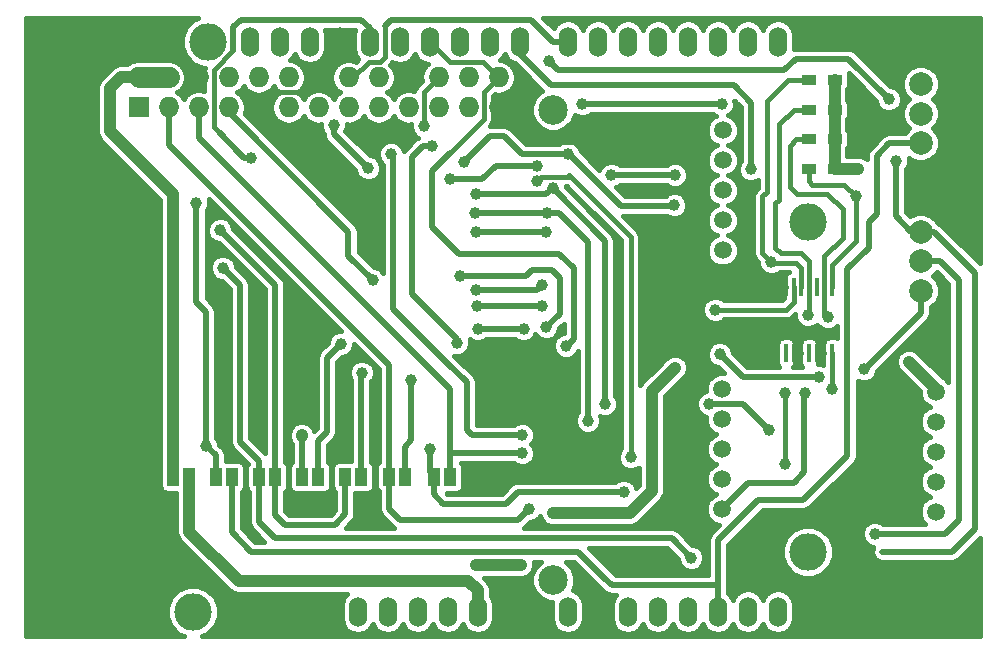
<source format=gtl>
G04 #@! TF.FileFunction,Copper,L1,Top,Signal*
%FSLAX46Y46*%
G04 Gerber Fmt 4.6, Leading zero omitted, Abs format (unit mm)*
G04 Created by KiCad (PCBNEW 4.0.0-rc1-stable) date 12.5.2016 9:55:17*
%MOMM*%
G01*
G04 APERTURE LIST*
%ADD10C,0.100000*%
%ADD11C,2.500000*%
%ADD12R,1.727200X1.727200*%
%ADD13O,1.727200X1.727200*%
%ADD14R,1.000000X1.500000*%
%ADD15O,1.524000X2.540000*%
%ADD16C,3.175000*%
%ADD17C,1.506220*%
%ADD18C,2.000000*%
%ADD19R,1.200000X0.900000*%
%ADD20R,0.300000X1.550000*%
%ADD21C,1.000000*%
%ADD22C,0.500000*%
%ADD23C,1.000000*%
%ADD24C,0.400000*%
%ADD25C,1.750000*%
%ADD26C,0.750000*%
%ADD27C,1.500000*%
G04 APERTURE END LIST*
D10*
D11*
X45175000Y-8275000D03*
X45175000Y-48075000D03*
D12*
X10075000Y-8065000D03*
D13*
X10075000Y-5525000D03*
X12615000Y-8065000D03*
X12615000Y-5525000D03*
X15155000Y-8065000D03*
X15155000Y-5525000D03*
X17695000Y-8065000D03*
X17695000Y-5525000D03*
X20235000Y-8065000D03*
X20235000Y-5525000D03*
X22775000Y-8065000D03*
X22775000Y-5525000D03*
X25315000Y-8065000D03*
X25315000Y-5525000D03*
X27855000Y-8065000D03*
X27855000Y-5525000D03*
X30395000Y-8065000D03*
X30395000Y-5525000D03*
X32935000Y-8065000D03*
X32935000Y-5525000D03*
X35475000Y-8065000D03*
X35475000Y-5525000D03*
X38015000Y-8065000D03*
X38015000Y-5525000D03*
X40555000Y-8065000D03*
X40555000Y-5525000D03*
D14*
X17962000Y-39350000D03*
X16600000Y-39350000D03*
X25287000Y-39350000D03*
X23925000Y-39350000D03*
X20288000Y-39350000D03*
X21650000Y-39350000D03*
X28937000Y-39350000D03*
X27575000Y-39350000D03*
X32637000Y-39325000D03*
X31275000Y-39325000D03*
X35088000Y-39350000D03*
X36450000Y-39350000D03*
X13013000Y-39350000D03*
X14375000Y-39350000D03*
D15*
X64201100Y-50763600D03*
X61661100Y-50763600D03*
X59121100Y-50763600D03*
X51501100Y-50763600D03*
X54041100Y-50763600D03*
X56581100Y-50763600D03*
X46421100Y-50763600D03*
X43881100Y-50763600D03*
X41341100Y-50763600D03*
X36261100Y-50763600D03*
X33721100Y-50763600D03*
X64201100Y-2503600D03*
X61661100Y-2503600D03*
X59121100Y-2503600D03*
X56581100Y-2503600D03*
X54041100Y-2503600D03*
X51501100Y-2503600D03*
X48961100Y-2503600D03*
X46421100Y-2503600D03*
X42357100Y-2503600D03*
X39817100Y-2503600D03*
X37277100Y-2503600D03*
X34737100Y-2503600D03*
X32197100Y-2503600D03*
X29657100Y-2503600D03*
X27117100Y-2503600D03*
X24577100Y-2503600D03*
X38801100Y-50763600D03*
D16*
X66741100Y-45683600D03*
X66741100Y-17743600D03*
X15941100Y-2503600D03*
X14671100Y-50763600D03*
D15*
X22037100Y-2503600D03*
X19497100Y-2503600D03*
X31181100Y-50763600D03*
X28641100Y-50763600D03*
D17*
X59520000Y-20180000D03*
X56980000Y-20180000D03*
X59520000Y-17640000D03*
X56980000Y-17640000D03*
X59520000Y-15100000D03*
X56980000Y-15100000D03*
X59520000Y-12560000D03*
X56980000Y-12560000D03*
X59520000Y-10020000D03*
X56980000Y-10020000D03*
X59470000Y-42080000D03*
X56930000Y-42080000D03*
X59470000Y-39540000D03*
X56930000Y-39540000D03*
X59470000Y-37000000D03*
X56930000Y-37000000D03*
X59470000Y-34460000D03*
X56930000Y-34460000D03*
X59470000Y-31920000D03*
X56930000Y-31920000D03*
X77570000Y-42280000D03*
X75030000Y-42280000D03*
X77570000Y-39740000D03*
X75030000Y-39740000D03*
X77570000Y-37200000D03*
X75030000Y-37200000D03*
X77570000Y-34660000D03*
X75030000Y-34660000D03*
X77570000Y-32120000D03*
X75030000Y-32120000D03*
D18*
X76300000Y-3600000D03*
X76300000Y-6100000D03*
X76300000Y-11100000D03*
X76300000Y-8600000D03*
X76300000Y-16100000D03*
X76300000Y-18600000D03*
X76300000Y-23600000D03*
X76300000Y-21100000D03*
D19*
X66800000Y-13300000D03*
X69000000Y-13300000D03*
X66800000Y-10750000D03*
X69000000Y-10750000D03*
X66800000Y-8250000D03*
X69000000Y-8250000D03*
X66800000Y-5750000D03*
X69000000Y-5750000D03*
D20*
X64900000Y-23300000D03*
X65550000Y-23300000D03*
X66200000Y-23300000D03*
X66850000Y-23300000D03*
X67500000Y-23300000D03*
X68150000Y-23300000D03*
X68800000Y-23300000D03*
X64900000Y-28900000D03*
X65550000Y-28900000D03*
X66200000Y-28900000D03*
X66850000Y-28900000D03*
X67500000Y-28900000D03*
X68150000Y-28900000D03*
X68800000Y-28900000D03*
D21*
X14980000Y-16170000D03*
X23900000Y-35825000D03*
X15800000Y-36725000D03*
X38650000Y-23500000D03*
X44200000Y-23100000D03*
X27190000Y-28080000D03*
X56870000Y-46180000D03*
X17210000Y-21640000D03*
X19600000Y-12330000D03*
X16990000Y-18460000D03*
X44200000Y-24910000D03*
X38730000Y-24910000D03*
X28980000Y-30520000D03*
X73600000Y-7390000D03*
X74210000Y-12610000D03*
X44790000Y-4120000D03*
X42670000Y-26820000D03*
X38810000Y-26820000D03*
X33170000Y-31170000D03*
X43100000Y-42100000D03*
X34900000Y-11360000D03*
X51160000Y-40590000D03*
X72420000Y-44160000D03*
X37050000Y-28000000D03*
X34710000Y-37020000D03*
X42550000Y-37350000D03*
X45130000Y-42370000D03*
X55500000Y-30100000D03*
X38650000Y-46800000D03*
X42450000Y-46800000D03*
X13013000Y-36450000D03*
X68800000Y-31900000D03*
X71000000Y-13300000D03*
X75300000Y-29600000D03*
X29350000Y-42070000D03*
X29710000Y-20650000D03*
X8110000Y-24800000D03*
X24280000Y-26480000D03*
X40555000Y-33610000D03*
X55500000Y-13800000D03*
X50100000Y-13800000D03*
X44600000Y-18620000D03*
X38620000Y-18620000D03*
X48120000Y-34580000D03*
X38590000Y-17030000D03*
X44700000Y-17000000D03*
X58370000Y-33170000D03*
X63450000Y-35400000D03*
X49570000Y-33180000D03*
X45125000Y-14925000D03*
X38620000Y-15440000D03*
X37640000Y-12730000D03*
X46400000Y-12020000D03*
X55450000Y-16350000D03*
X34230000Y-9630000D03*
X31450000Y-12000000D03*
X42550000Y-35800000D03*
X43800000Y-14320000D03*
X51750000Y-37700000D03*
X44610000Y-26650000D03*
X58900000Y-25200000D03*
X29900000Y-22700000D03*
X37300000Y-22300000D03*
X59270000Y-28960000D03*
X71530000Y-30250000D03*
X67650000Y-30930000D03*
X46270000Y-28240000D03*
X26590000Y-9580000D03*
X29540000Y-13230000D03*
X43800000Y-13020000D03*
X47650000Y-7780000D03*
X36440000Y-14150000D03*
X59460000Y-7780000D03*
X70800000Y-15600000D03*
X61900000Y-13300000D03*
X68450000Y-25850000D03*
X66460000Y-32250000D03*
X66750000Y-25650000D03*
X64800000Y-32260000D03*
X64800000Y-38300000D03*
X63650000Y-21150000D03*
D22*
X76300000Y-11100000D02*
X73620000Y-11100000D01*
X72570000Y-12150000D02*
X72570000Y-17080000D01*
X73620000Y-11100000D02*
X72570000Y-12150000D01*
X66355000Y-41295000D02*
X62555000Y-41295000D01*
X70100000Y-21750000D02*
X71900000Y-19950000D01*
X71900000Y-19950000D02*
X71900000Y-17750000D01*
X71900000Y-17750000D02*
X72570000Y-17080000D01*
X66355000Y-41295000D02*
X70100000Y-37550000D01*
X70100000Y-37550000D02*
X70100000Y-22100000D01*
X70100000Y-22100000D02*
X70100000Y-21750000D01*
X62555000Y-41295000D02*
X59121100Y-44728900D01*
X59121100Y-44728900D02*
X59121100Y-50763600D01*
X58521100Y-48500000D02*
X59150000Y-48500000D01*
X59150000Y-49071100D02*
X59121100Y-49100000D01*
X59121100Y-49100000D02*
X59121100Y-50763600D01*
X59150000Y-48500000D02*
X59150000Y-49071100D01*
X50125000Y-48500000D02*
X49525000Y-47900000D01*
X58521100Y-48500000D02*
X50125000Y-48500000D01*
X47300000Y-45675000D02*
X49525000Y-47900000D01*
X17962000Y-44037000D02*
X19600000Y-45675000D01*
X19600000Y-45675000D02*
X47300000Y-45675000D01*
X17962000Y-39350000D02*
X17962000Y-42987000D01*
X17962000Y-42987000D02*
X17962000Y-44037000D01*
X15800000Y-25370000D02*
X14980000Y-24550000D01*
X14980000Y-24550000D02*
X14980000Y-16170000D01*
X15800000Y-25370000D02*
X15800000Y-36725000D01*
X23925000Y-35850000D02*
X23925000Y-39350000D01*
D23*
X23925000Y-35850000D02*
X23900000Y-35825000D01*
D22*
X16600000Y-37525000D02*
X15800000Y-36725000D01*
X16600000Y-39350000D02*
X16600000Y-37525000D01*
X38650000Y-23500000D02*
X43800000Y-23500000D01*
X43800000Y-23500000D02*
X44200000Y-23100000D01*
X44170000Y-23070000D02*
X44200000Y-23100000D01*
X26025000Y-35575000D02*
X26025000Y-29245000D01*
X25287000Y-36313000D02*
X26025000Y-35575000D01*
X25287000Y-36313000D02*
X25287000Y-39350000D01*
X26025000Y-29245000D02*
X27190000Y-28080000D01*
X55200000Y-44510000D02*
X56870000Y-46180000D01*
X20288000Y-39350000D02*
X20288000Y-43198000D01*
X21600000Y-44510000D02*
X27690000Y-44510000D01*
X20288000Y-43198000D02*
X21600000Y-44510000D01*
X27690000Y-44510000D02*
X55200000Y-44510000D01*
X20288000Y-39350000D02*
X20288000Y-37998000D01*
X18700000Y-11990000D02*
X19040000Y-12330000D01*
D24*
X16860000Y-10150000D02*
X16430000Y-9720000D01*
X18100000Y-3230000D02*
X16430000Y-4900000D01*
D22*
X28930000Y-640000D02*
X29657100Y-1367100D01*
X28930000Y-640000D02*
X18750000Y-640000D01*
X18750000Y-640000D02*
X18100000Y-1290000D01*
X18100000Y-1290000D02*
X18100000Y-3160000D01*
X18100000Y-3160000D02*
X18100000Y-3230000D01*
D24*
X16430000Y-4900000D02*
X16430000Y-6320000D01*
X16430000Y-6320000D02*
X16430000Y-9720000D01*
D22*
X18700000Y-11990000D02*
X16860000Y-10150000D01*
X19040000Y-12330000D02*
X19600000Y-12330000D01*
X18670000Y-23100000D02*
X17210000Y-21640000D01*
X18670000Y-36380000D02*
X18670000Y-23100000D01*
X20288000Y-37998000D02*
X18670000Y-36380000D01*
X29657100Y-2503600D02*
X29657100Y-1367100D01*
X21650000Y-23120000D02*
X21650000Y-39350000D01*
X21650000Y-23120000D02*
X16990000Y-18460000D01*
X21650000Y-41925000D02*
X21650000Y-42600000D01*
X21650000Y-39350000D02*
X21650000Y-41925000D01*
X27575000Y-42525000D02*
X27575000Y-39350000D01*
X26700000Y-43400000D02*
X27575000Y-42525000D01*
X23125000Y-43400000D02*
X26700000Y-43400000D01*
X22450000Y-43400000D02*
X23125000Y-43400000D01*
X21650000Y-42600000D02*
X22450000Y-43400000D01*
X38730000Y-24910000D02*
X44200000Y-24910000D01*
X28937000Y-39350000D02*
X28937000Y-30563000D01*
X28937000Y-30563000D02*
X28980000Y-30520000D01*
X73600000Y-7390000D02*
X70140000Y-3930000D01*
X75510000Y-18600000D02*
X74210000Y-17300000D01*
X74210000Y-17300000D02*
X74210000Y-12610000D01*
X70140000Y-3930000D02*
X65750000Y-3930000D01*
X76300000Y-18600000D02*
X75510000Y-18600000D01*
X44790000Y-4120000D02*
X45600000Y-4930000D01*
X45600000Y-4930000D02*
X64750000Y-4930000D01*
X64750000Y-4930000D02*
X65750000Y-3930000D01*
X44790000Y-4120000D02*
X44820000Y-4120000D01*
X76300000Y-18600000D02*
X77450000Y-18600000D01*
X78960000Y-45700000D02*
X73010000Y-45700000D01*
X80910000Y-43750000D02*
X78960000Y-45700000D01*
X80910000Y-22060000D02*
X80910000Y-43750000D01*
X77450000Y-18600000D02*
X80910000Y-22060000D01*
X42670000Y-26820000D02*
X38810000Y-26820000D01*
X32637000Y-39325000D02*
X32637000Y-36783000D01*
X33170000Y-36250000D02*
X33170000Y-31170000D01*
X32637000Y-36783000D02*
X33170000Y-36250000D01*
X32230000Y-43030000D02*
X42170000Y-43030000D01*
X42190000Y-43030000D02*
X42190000Y-43010000D01*
X42170000Y-43030000D02*
X42190000Y-43030000D01*
X43100000Y-42100000D02*
X42190000Y-43010000D01*
X31275000Y-42075000D02*
X31275000Y-39325000D01*
X31275000Y-42075000D02*
X32230000Y-43030000D01*
X15700000Y-14300000D02*
X31275000Y-29875000D01*
X12615000Y-11215000D02*
X15700000Y-14300000D01*
X12615000Y-8065000D02*
X12615000Y-11215000D01*
X31275000Y-29875000D02*
X31275000Y-39325000D01*
X33200000Y-12280000D02*
X34120000Y-11360000D01*
X34120000Y-11360000D02*
X34900000Y-11360000D01*
X33200000Y-14400000D02*
X33200000Y-12280000D01*
X72420000Y-44160000D02*
X78330000Y-44160000D01*
X35088000Y-39350000D02*
X35088000Y-40828000D01*
X42220000Y-40590000D02*
X51160000Y-40590000D01*
X41190000Y-41620000D02*
X42220000Y-40590000D01*
X35880000Y-41620000D02*
X41190000Y-41620000D01*
X35088000Y-40828000D02*
X35880000Y-41620000D01*
X77930000Y-21100000D02*
X76300000Y-21100000D01*
X79500000Y-22670000D02*
X77930000Y-21100000D01*
X79500000Y-42990000D02*
X79500000Y-22670000D01*
X78330000Y-44160000D02*
X79500000Y-42990000D01*
X37050000Y-28000000D02*
X37050000Y-27700000D01*
X37050000Y-27700000D02*
X33200000Y-23850000D01*
X33200000Y-14400000D02*
X33200000Y-23850000D01*
X34710000Y-37020000D02*
X34710000Y-38972000D01*
X34710000Y-38972000D02*
X35088000Y-39350000D01*
X36450000Y-37350000D02*
X42550000Y-37350000D01*
X17375000Y-12850000D02*
X36450000Y-31925000D01*
X15155000Y-10630000D02*
X17375000Y-12850000D01*
X15155000Y-8065000D02*
X15155000Y-10630000D01*
X36450000Y-31925000D02*
X36450000Y-37350000D01*
X36450000Y-37350000D02*
X36450000Y-39350000D01*
D23*
X45130000Y-42370000D02*
X51690000Y-42370000D01*
X51690000Y-42370000D02*
X53550000Y-40510000D01*
X54800000Y-30800000D02*
X53550000Y-32050000D01*
X54800000Y-30800000D02*
X55500000Y-30100000D01*
X53550000Y-32050000D02*
X53550000Y-40510000D01*
X42450000Y-46800000D02*
X38650000Y-46800000D01*
D24*
X68800000Y-28900000D02*
X68800000Y-31900000D01*
D23*
X69000000Y-13300000D02*
X71000000Y-13300000D01*
X69000000Y-10750000D02*
X69000000Y-13300000D01*
X69000000Y-8250000D02*
X69000000Y-10750000D01*
X69000000Y-5750000D02*
X69000000Y-8250000D01*
X77570000Y-31870000D02*
X75300000Y-29600000D01*
X77570000Y-32120000D02*
X77570000Y-31870000D01*
X13013000Y-39350000D02*
X13013000Y-36450000D01*
X13013000Y-36450000D02*
X13013000Y-15438000D01*
X8600000Y-5525000D02*
X10075000Y-5525000D01*
X7675000Y-6450000D02*
X8600000Y-5525000D01*
X7675000Y-10100000D02*
X7675000Y-6450000D01*
X13013000Y-15438000D02*
X7675000Y-10100000D01*
D25*
X10075000Y-5525000D02*
X12615000Y-5525000D01*
D23*
X14375000Y-39350000D02*
X14375000Y-43975000D01*
X38801100Y-48951100D02*
X38801100Y-50763600D01*
X38000000Y-48150000D02*
X38801100Y-48951100D01*
X18550000Y-48150000D02*
X38000000Y-48150000D01*
X14375000Y-43975000D02*
X18550000Y-48150000D01*
X40555000Y-8065000D02*
X43190000Y-10700000D01*
X56300000Y-10700000D02*
X56980000Y-10020000D01*
X43190000Y-10700000D02*
X56300000Y-10700000D01*
D24*
X65850000Y-27550000D02*
X65850000Y-27250000D01*
X66150000Y-27250000D02*
X65850000Y-27250000D01*
X65850000Y-27250000D02*
X56980000Y-27250000D01*
X56980000Y-27250000D02*
X56930000Y-27200000D01*
X56930000Y-27200000D02*
X56800000Y-27200000D01*
X56800000Y-27200000D02*
X56980000Y-27200000D01*
X65850000Y-28900000D02*
X65850000Y-27550000D01*
X67850000Y-27500000D02*
X67850000Y-28900000D01*
X67600000Y-27250000D02*
X67850000Y-27500000D01*
X66150000Y-27250000D02*
X67600000Y-27250000D01*
X67500000Y-28900000D02*
X67850000Y-28900000D01*
X67850000Y-28900000D02*
X68150000Y-28900000D01*
X65550000Y-28900000D02*
X65850000Y-28900000D01*
X65850000Y-28900000D02*
X66200000Y-28900000D01*
X64900000Y-23300000D02*
X56980000Y-23300000D01*
X56980000Y-23300000D02*
X56900000Y-23300000D01*
X56900000Y-23300000D02*
X56980000Y-23300000D01*
D23*
X56980000Y-20180000D02*
X56980000Y-23300000D01*
X56980000Y-23300000D02*
X56980000Y-27200000D01*
X56980000Y-27200000D02*
X56980000Y-31870000D01*
X56980000Y-31870000D02*
X56930000Y-31920000D01*
X76300000Y-3600000D02*
X79300000Y-3600000D01*
X79800000Y-16100000D02*
X76300000Y-16100000D01*
X80500000Y-15400000D02*
X79800000Y-16100000D01*
X80500000Y-4800000D02*
X80500000Y-15400000D01*
X79300000Y-3600000D02*
X80500000Y-4800000D01*
X56980000Y-17640000D02*
X56980000Y-20180000D01*
X56980000Y-15100000D02*
X56980000Y-17640000D01*
X56980000Y-12560000D02*
X56980000Y-15100000D01*
X56980000Y-10020000D02*
X56980000Y-12560000D01*
X75030000Y-39740000D02*
X75030000Y-42280000D01*
X75030000Y-37200000D02*
X75030000Y-39740000D01*
X75030000Y-34660000D02*
X75030000Y-37200000D01*
X75030000Y-32120000D02*
X75030000Y-34660000D01*
X56930000Y-39540000D02*
X56930000Y-42080000D01*
X56930000Y-37000000D02*
X56930000Y-39540000D01*
X56930000Y-37000000D02*
X56930000Y-34460000D01*
X56930000Y-31920000D02*
X56930000Y-34460000D01*
D26*
X24280000Y-26480000D02*
X24280000Y-26390000D01*
X40555000Y-33610000D02*
X40570000Y-33610000D01*
D24*
X20235000Y-8065000D02*
X21500000Y-6800000D01*
X24040000Y-6800000D02*
X25315000Y-5525000D01*
X21500000Y-6800000D02*
X24040000Y-6800000D01*
D27*
X41341100Y-50763600D02*
X43881100Y-50763600D01*
D26*
X25315000Y-5525000D02*
X27117100Y-3722900D01*
X27117100Y-3722900D02*
X27117100Y-2503600D01*
D22*
X50100000Y-13800000D02*
X55500000Y-13800000D01*
X38620000Y-18620000D02*
X44600000Y-18620000D01*
X45680000Y-17000000D02*
X48120000Y-19440000D01*
X48120000Y-19440000D02*
X48120000Y-34580000D01*
X45680000Y-17000000D02*
X44700000Y-17000000D01*
X44670000Y-17030000D02*
X44700000Y-17000000D01*
X44370000Y-17030000D02*
X44670000Y-17030000D01*
X38590000Y-17030000D02*
X44370000Y-17030000D01*
X45125000Y-14925000D02*
X49570000Y-19370000D01*
X61220000Y-33170000D02*
X58370000Y-33170000D01*
X63450000Y-35400000D02*
X61220000Y-33170000D01*
X49570000Y-19370000D02*
X49570000Y-33180000D01*
X38620000Y-15440000D02*
X44610000Y-15440000D01*
X44610000Y-15440000D02*
X45125000Y-14925000D01*
X38620000Y-15440000D02*
X38810000Y-15440000D01*
X42395000Y-11845000D02*
X42570000Y-12020000D01*
X42570000Y-12020000D02*
X43880000Y-12020000D01*
X43880000Y-12020000D02*
X46400000Y-12020000D01*
X39870000Y-10500000D02*
X40910000Y-10500000D01*
X40910000Y-10500000D02*
X41050000Y-10500000D01*
X41050000Y-10500000D02*
X42395000Y-11845000D01*
X37640000Y-12730000D02*
X39870000Y-10500000D01*
D24*
X46400000Y-12020000D02*
X46400000Y-12210000D01*
X46400000Y-12210000D02*
X46400000Y-12020000D01*
X46400000Y-12020000D02*
X46400000Y-12210000D01*
X46400000Y-12210000D02*
X46710000Y-12210000D01*
D22*
X55400000Y-16400000D02*
X50900000Y-16400000D01*
X46710000Y-12210000D02*
X47400000Y-12900000D01*
X55450000Y-16350000D02*
X55400000Y-16400000D01*
X47400000Y-12900000D02*
X50900000Y-16400000D01*
D24*
X34210000Y-8270000D02*
X34210000Y-9610000D01*
X34210000Y-6790000D02*
X34210000Y-8270000D01*
X35475000Y-5525000D02*
X34210000Y-6790000D01*
X34210000Y-9610000D02*
X34230000Y-9630000D01*
D22*
X31650000Y-12200000D02*
X31450000Y-12000000D01*
X36200000Y-29700000D02*
X31650000Y-25150000D01*
X38300000Y-35800000D02*
X37850000Y-35350000D01*
X37850000Y-35350000D02*
X37850000Y-31350000D01*
X37850000Y-31350000D02*
X36200000Y-29700000D01*
X42550000Y-35800000D02*
X38300000Y-35800000D01*
X31650000Y-25150000D02*
X31650000Y-14950000D01*
X31650000Y-14950000D02*
X31650000Y-12200000D01*
D24*
X43800000Y-14320000D02*
X44170000Y-13950000D01*
X44170000Y-13950000D02*
X46700000Y-13950000D01*
X46560000Y-13810000D02*
X46700000Y-13950000D01*
X46700000Y-13950000D02*
X46950000Y-14200000D01*
X51750000Y-19000000D02*
X46950000Y-14200000D01*
X51750000Y-37700000D02*
X51750000Y-19000000D01*
X30930000Y-1850000D02*
X30930000Y-1170000D01*
X30930000Y-3760000D02*
X30930000Y-1850000D01*
X30500000Y-4190000D02*
X30930000Y-3760000D01*
X29580000Y-4190000D02*
X30500000Y-4190000D01*
X28245000Y-5525000D02*
X29580000Y-4190000D01*
D22*
X45163600Y-2503600D02*
X43340000Y-680000D01*
X43340000Y-680000D02*
X31420000Y-680000D01*
X31420000Y-680000D02*
X30930000Y-1170000D01*
X45163600Y-2503600D02*
X46421100Y-2503600D01*
D24*
X27855000Y-5525000D02*
X28245000Y-5525000D01*
D22*
X45735000Y-25525000D02*
X44610000Y-26650000D01*
X45735000Y-22485000D02*
X45735000Y-25525000D01*
D24*
X58900000Y-25200000D02*
X64900000Y-25200000D01*
X65550000Y-24550000D02*
X64900000Y-25200000D01*
X65550000Y-23300000D02*
X65550000Y-24550000D01*
D22*
X42900000Y-22300000D02*
X43350000Y-21850000D01*
X43350000Y-21850000D02*
X45100000Y-21850000D01*
X45100000Y-21850000D02*
X45735000Y-22485000D01*
X27850000Y-20650000D02*
X29900000Y-22700000D01*
X27850000Y-18600000D02*
X27850000Y-20650000D01*
X27850000Y-18600000D02*
X17695000Y-8445000D01*
X37300000Y-22300000D02*
X42900000Y-22300000D01*
X17695000Y-8065000D02*
X17695000Y-8445000D01*
X36450000Y-19700000D02*
X34900000Y-18150000D01*
X34900000Y-13450000D02*
X36450000Y-11900000D01*
X34900000Y-18150000D02*
X34900000Y-13450000D01*
X61240000Y-30930000D02*
X59270000Y-28960000D01*
X76300000Y-25490000D02*
X71540000Y-30250000D01*
X71540000Y-30250000D02*
X71530000Y-30250000D01*
X76300000Y-23600000D02*
X76300000Y-25490000D01*
X67650000Y-30930000D02*
X61240000Y-30930000D01*
X46320000Y-28240000D02*
X46270000Y-28240000D01*
X43920000Y-20440000D02*
X45710000Y-20440000D01*
X36450000Y-19700000D02*
X37190000Y-20440000D01*
X37190000Y-20440000D02*
X43920000Y-20440000D01*
D24*
X39290000Y-6790000D02*
X40555000Y-5525000D01*
X39290000Y-6790000D02*
X39290000Y-9060000D01*
X39290000Y-9060000D02*
X36450000Y-11900000D01*
D22*
X46910000Y-21640000D02*
X46910000Y-27650000D01*
X45710000Y-20440000D02*
X46910000Y-21640000D01*
X46910000Y-27650000D02*
X46320000Y-28240000D01*
D24*
X34737100Y-2503600D02*
X34737100Y-2547100D01*
X34737100Y-2547100D02*
X36410000Y-4220000D01*
X36410000Y-4220000D02*
X39250000Y-4220000D01*
X39250000Y-4220000D02*
X40555000Y-5525000D01*
D22*
X26590000Y-9580000D02*
X26590000Y-10280000D01*
X26590000Y-10280000D02*
X29540000Y-13230000D01*
X37970000Y-14140000D02*
X37960000Y-14150000D01*
X40300000Y-13020000D02*
X39180000Y-14140000D01*
X39180000Y-14140000D02*
X37970000Y-14140000D01*
X48420000Y-7780000D02*
X47650000Y-7780000D01*
X43800000Y-13020000D02*
X40300000Y-13020000D01*
X37960000Y-14150000D02*
X36440000Y-14150000D01*
X29540000Y-13230000D02*
X29540000Y-13200000D01*
X48410000Y-7780000D02*
X48420000Y-7780000D01*
X48420000Y-7780000D02*
X59460000Y-7780000D01*
X58500000Y-6210000D02*
X60450000Y-6210000D01*
X61900000Y-7660000D02*
X61900000Y-9610000D01*
X60450000Y-6210000D02*
X61900000Y-7660000D01*
X44820000Y-6020000D02*
X45010000Y-6210000D01*
X45010000Y-6210000D02*
X58500000Y-6210000D01*
X43350000Y-4550000D02*
X44820000Y-6020000D01*
X44820000Y-6020000D02*
X44830000Y-6030000D01*
D24*
X69100000Y-14600000D02*
X69800000Y-14600000D01*
X69100000Y-14600000D02*
X67100000Y-14600000D01*
X67100000Y-14600000D02*
X66800000Y-14300000D01*
X66800000Y-13300000D02*
X66800000Y-14300000D01*
X69800000Y-14600000D02*
X70800000Y-15600000D01*
X70800000Y-15600000D02*
X70800000Y-19400000D01*
X68800000Y-21400000D02*
X70800000Y-19400000D01*
X68800000Y-23300000D02*
X68800000Y-21400000D01*
D22*
X61900000Y-9610000D02*
X61900000Y-13300000D01*
X43350000Y-4550000D02*
X42357100Y-3557100D01*
X42357100Y-2503600D02*
X42357100Y-3557100D01*
D24*
X68150000Y-25550000D02*
X68450000Y-25850000D01*
X68150000Y-23300000D02*
X68150000Y-25550000D01*
X66200000Y-15400000D02*
X65800000Y-15400000D01*
X68150000Y-20650000D02*
X69700000Y-19100000D01*
X69700000Y-19100000D02*
X69700000Y-16700000D01*
X69700000Y-16700000D02*
X68400000Y-15400000D01*
X68400000Y-15400000D02*
X66200000Y-15400000D01*
X68150000Y-23300000D02*
X68150000Y-20650000D01*
X65750000Y-10750000D02*
X66800000Y-10750000D01*
X65200000Y-11300000D02*
X65750000Y-10750000D01*
X65200000Y-14800000D02*
X65200000Y-11300000D01*
X65800000Y-15400000D02*
X65200000Y-14800000D01*
D22*
X59470000Y-42080000D02*
X61700000Y-39850000D01*
X61700000Y-39850000D02*
X65550000Y-39850000D01*
X66460000Y-32250000D02*
X66450000Y-32250000D01*
X66450000Y-32250000D02*
X66460000Y-32250000D01*
X66460000Y-32250000D02*
X66450000Y-32250000D01*
D24*
X66850000Y-23300000D02*
X66850000Y-25550000D01*
D22*
X66450000Y-38950000D02*
X66450000Y-32250000D01*
X65550000Y-39850000D02*
X66450000Y-38950000D01*
X66850000Y-25550000D02*
X66750000Y-25650000D01*
D24*
X64000000Y-19100000D02*
X64000000Y-19950000D01*
X64450000Y-20400000D02*
X65300000Y-20400000D01*
X64000000Y-19950000D02*
X64450000Y-20400000D01*
X66850000Y-23300000D02*
X66850000Y-21050000D01*
X65550000Y-8250000D02*
X64300000Y-9500000D01*
X64300000Y-9500000D02*
X64300000Y-14800000D01*
X65550000Y-8250000D02*
X66800000Y-8250000D01*
X64300000Y-15900000D02*
X64300000Y-14800000D01*
X64000000Y-16200000D02*
X64300000Y-15900000D01*
X64000000Y-19100000D02*
X64000000Y-16200000D01*
X66200000Y-20400000D02*
X65300000Y-20400000D01*
X66850000Y-21050000D02*
X66200000Y-20400000D01*
X64800000Y-32260000D02*
X64800000Y-38300000D01*
X63650000Y-21150000D02*
X63700000Y-21200000D01*
X62900000Y-19200000D02*
X62900000Y-20400000D01*
X63700000Y-21200000D02*
X64900000Y-21200000D01*
X62900000Y-20400000D02*
X63700000Y-21200000D01*
X63300000Y-14700000D02*
X63300000Y-15200000D01*
X65050000Y-5750000D02*
X63300000Y-7500000D01*
X63300000Y-7500000D02*
X63300000Y-14700000D01*
X66800000Y-5750000D02*
X65050000Y-5750000D01*
X66200000Y-21700000D02*
X66200000Y-23300000D01*
X64900000Y-21200000D02*
X65700000Y-21200000D01*
X65700000Y-21200000D02*
X66200000Y-21700000D01*
X62900000Y-15600000D02*
X62900000Y-19200000D01*
X63300000Y-15200000D02*
X62900000Y-15600000D01*
G36*
X14703599Y-648046D02*
X14087709Y-1262863D01*
X13753980Y-2066570D01*
X13753221Y-2936812D01*
X14085546Y-3741101D01*
X14700363Y-4356991D01*
X15504070Y-4690720D01*
X15671599Y-4690866D01*
X15630000Y-4900000D01*
X15630000Y-6690180D01*
X15183674Y-6601400D01*
X15126326Y-6601400D01*
X14566231Y-6712810D01*
X14091405Y-7030079D01*
X13885000Y-7338986D01*
X13678595Y-7030079D01*
X13326775Y-6795000D01*
X13678595Y-6559921D01*
X13995864Y-6085095D01*
X14107274Y-5525000D01*
X13995864Y-4964905D01*
X13678595Y-4490079D01*
X13203769Y-4172810D01*
X13191597Y-4170389D01*
X13179458Y-4162278D01*
X12615000Y-4050000D01*
X10075000Y-4050000D01*
X9510542Y-4162278D01*
X9498403Y-4170389D01*
X9486231Y-4172810D01*
X9108802Y-4425000D01*
X8600000Y-4425000D01*
X8179049Y-4508732D01*
X7822183Y-4747182D01*
X6897183Y-5672183D01*
X6658733Y-6029048D01*
X6575000Y-6450000D01*
X6575000Y-10100000D01*
X6658733Y-10520952D01*
X6817765Y-10758960D01*
X6897183Y-10877817D01*
X11913000Y-15893634D01*
X11913000Y-36450000D01*
X11912810Y-36667844D01*
X11913000Y-36668304D01*
X11913000Y-38541957D01*
X11901246Y-38600000D01*
X11901246Y-40100000D01*
X11943083Y-40322346D01*
X12074490Y-40526558D01*
X12274993Y-40663556D01*
X12513000Y-40711754D01*
X13275000Y-40711754D01*
X13275000Y-43975000D01*
X13358733Y-44395952D01*
X13495074Y-44600000D01*
X13597183Y-44752817D01*
X17772183Y-48927818D01*
X18129049Y-49166268D01*
X18550000Y-49250000D01*
X27686830Y-49250000D01*
X27678021Y-49255886D01*
X27382776Y-49697750D01*
X27279100Y-50218965D01*
X27279100Y-51308235D01*
X27382776Y-51829450D01*
X27678021Y-52271314D01*
X28119885Y-52566559D01*
X28641100Y-52670235D01*
X29162315Y-52566559D01*
X29604179Y-52271314D01*
X29899424Y-51829450D01*
X29911100Y-51770751D01*
X29922776Y-51829450D01*
X30218021Y-52271314D01*
X30659885Y-52566559D01*
X31181100Y-52670235D01*
X31702315Y-52566559D01*
X32144179Y-52271314D01*
X32439424Y-51829450D01*
X32451100Y-51770751D01*
X32462776Y-51829450D01*
X32758021Y-52271314D01*
X33199885Y-52566559D01*
X33721100Y-52670235D01*
X34242315Y-52566559D01*
X34684179Y-52271314D01*
X34979424Y-51829450D01*
X34991100Y-51770751D01*
X35002776Y-51829450D01*
X35298021Y-52271314D01*
X35739885Y-52566559D01*
X36261100Y-52670235D01*
X36782315Y-52566559D01*
X37224179Y-52271314D01*
X37519424Y-51829450D01*
X37531100Y-51770751D01*
X37542776Y-51829450D01*
X37838021Y-52271314D01*
X38279885Y-52566559D01*
X38801100Y-52670235D01*
X39322315Y-52566559D01*
X39764179Y-52271314D01*
X40059424Y-51829450D01*
X40163100Y-51308235D01*
X40163100Y-50218965D01*
X40059424Y-49697750D01*
X39901100Y-49460802D01*
X39901100Y-48951100D01*
X39817367Y-48530148D01*
X39760207Y-48444602D01*
X39578917Y-48173282D01*
X39305635Y-47900000D01*
X42450001Y-47900000D01*
X42667844Y-47900190D01*
X43072286Y-47733078D01*
X43381991Y-47423913D01*
X43549808Y-47019763D01*
X43550190Y-46582156D01*
X43526574Y-46525000D01*
X44109126Y-46525000D01*
X43607561Y-47025691D01*
X43325321Y-47705398D01*
X43324679Y-48441373D01*
X43605732Y-49121572D01*
X44125691Y-49642439D01*
X44805398Y-49924679D01*
X45117583Y-49924951D01*
X45059100Y-50218965D01*
X45059100Y-51308235D01*
X45162776Y-51829450D01*
X45458021Y-52271314D01*
X45899885Y-52566559D01*
X46421100Y-52670235D01*
X46942315Y-52566559D01*
X47384179Y-52271314D01*
X47679424Y-51829450D01*
X47783100Y-51308235D01*
X47783100Y-50218965D01*
X47679424Y-49697750D01*
X47384179Y-49255886D01*
X46942315Y-48960641D01*
X46820464Y-48936403D01*
X47024679Y-48444602D01*
X47025321Y-47708627D01*
X46744268Y-47028428D01*
X46241718Y-46525000D01*
X46947918Y-46525000D01*
X49523959Y-49101041D01*
X49799719Y-49285298D01*
X50125000Y-49350000D01*
X50475136Y-49350000D01*
X50242776Y-49697750D01*
X50139100Y-50218965D01*
X50139100Y-51308235D01*
X50242776Y-51829450D01*
X50538021Y-52271314D01*
X50979885Y-52566559D01*
X51501100Y-52670235D01*
X52022315Y-52566559D01*
X52464179Y-52271314D01*
X52759424Y-51829450D01*
X52771100Y-51770751D01*
X52782776Y-51829450D01*
X53078021Y-52271314D01*
X53519885Y-52566559D01*
X54041100Y-52670235D01*
X54562315Y-52566559D01*
X55004179Y-52271314D01*
X55299424Y-51829450D01*
X55311100Y-51770751D01*
X55322776Y-51829450D01*
X55618021Y-52271314D01*
X56059885Y-52566559D01*
X56581100Y-52670235D01*
X57102315Y-52566559D01*
X57544179Y-52271314D01*
X57839424Y-51829450D01*
X57851100Y-51770751D01*
X57862776Y-51829450D01*
X58158021Y-52271314D01*
X58599885Y-52566559D01*
X59121100Y-52670235D01*
X59642315Y-52566559D01*
X60084179Y-52271314D01*
X60379424Y-51829450D01*
X60391100Y-51770751D01*
X60402776Y-51829450D01*
X60698021Y-52271314D01*
X61139885Y-52566559D01*
X61661100Y-52670235D01*
X62182315Y-52566559D01*
X62624179Y-52271314D01*
X62919424Y-51829450D01*
X62931100Y-51770751D01*
X62942776Y-51829450D01*
X63238021Y-52271314D01*
X63679885Y-52566559D01*
X64201100Y-52670235D01*
X64722315Y-52566559D01*
X65164179Y-52271314D01*
X65459424Y-51829450D01*
X65563100Y-51308235D01*
X65563100Y-50218965D01*
X65459424Y-49697750D01*
X65164179Y-49255886D01*
X64722315Y-48960641D01*
X64201100Y-48856965D01*
X63679885Y-48960641D01*
X63238021Y-49255886D01*
X62942776Y-49697750D01*
X62931100Y-49756449D01*
X62919424Y-49697750D01*
X62624179Y-49255886D01*
X62182315Y-48960641D01*
X61661100Y-48856965D01*
X61139885Y-48960641D01*
X60698021Y-49255886D01*
X60402776Y-49697750D01*
X60391100Y-49756449D01*
X60379424Y-49697750D01*
X60084179Y-49255886D01*
X59977432Y-49184559D01*
X60000000Y-49071100D01*
X60000000Y-48500000D01*
X59971100Y-48354709D01*
X59971100Y-46116812D01*
X64553221Y-46116812D01*
X64885546Y-46921101D01*
X65500363Y-47536991D01*
X66304070Y-47870720D01*
X67174312Y-47871479D01*
X67978601Y-47539154D01*
X68594491Y-46924337D01*
X68928220Y-46120630D01*
X68928979Y-45250388D01*
X68596654Y-44446099D01*
X67981837Y-43830209D01*
X67178130Y-43496480D01*
X66307888Y-43495721D01*
X65503599Y-43828046D01*
X64887709Y-44442863D01*
X64553980Y-45246570D01*
X64553221Y-46116812D01*
X59971100Y-46116812D01*
X59971100Y-45080982D01*
X62907082Y-42145000D01*
X66355000Y-42145000D01*
X66680281Y-42080298D01*
X66956041Y-41896041D01*
X70701041Y-38151041D01*
X70885298Y-37875281D01*
X70950000Y-37550000D01*
X70950000Y-31200225D01*
X71310237Y-31349808D01*
X71747844Y-31350190D01*
X72152286Y-31183078D01*
X72461991Y-30873913D01*
X72629808Y-30469763D01*
X72629902Y-30362180D01*
X76901038Y-26091043D01*
X76901041Y-26091041D01*
X77085298Y-25815281D01*
X77098076Y-25751041D01*
X77150001Y-25490000D01*
X77150000Y-25489995D01*
X77150000Y-24979990D01*
X77205143Y-24957205D01*
X77655623Y-24507511D01*
X77899722Y-23919656D01*
X77900277Y-23283137D01*
X77657205Y-22694857D01*
X77312743Y-22349793D01*
X77645517Y-22017599D01*
X78650000Y-23022082D01*
X78650000Y-31286628D01*
X78337476Y-30973558D01*
X78152302Y-30896667D01*
X76078495Y-28822861D01*
X75923913Y-28668009D01*
X75519763Y-28500192D01*
X75082156Y-28499810D01*
X74677714Y-28666922D01*
X74368009Y-28976087D01*
X74200192Y-29380237D01*
X74199810Y-29817844D01*
X74366922Y-30222286D01*
X74676087Y-30531991D01*
X74676549Y-30532183D01*
X76216931Y-32072566D01*
X76216656Y-32387969D01*
X76422220Y-32885474D01*
X76802524Y-33266442D01*
X77100203Y-33390049D01*
X76804526Y-33512220D01*
X76423558Y-33892524D01*
X76217125Y-34389669D01*
X76216656Y-34927969D01*
X76422220Y-35425474D01*
X76802524Y-35806442D01*
X77100203Y-35930049D01*
X76804526Y-36052220D01*
X76423558Y-36432524D01*
X76217125Y-36929669D01*
X76216656Y-37467969D01*
X76422220Y-37965474D01*
X76802524Y-38346442D01*
X77100203Y-38470049D01*
X76804526Y-38592220D01*
X76423558Y-38972524D01*
X76217125Y-39469669D01*
X76216656Y-40007969D01*
X76422220Y-40505474D01*
X76802524Y-40886442D01*
X77100203Y-41010049D01*
X76804526Y-41132220D01*
X76423558Y-41512524D01*
X76217125Y-42009669D01*
X76216656Y-42547969D01*
X76422220Y-43045474D01*
X76686285Y-43310000D01*
X73125761Y-43310000D01*
X73043913Y-43228009D01*
X72639763Y-43060192D01*
X72202156Y-43059810D01*
X71797714Y-43226922D01*
X71488009Y-43536087D01*
X71320192Y-43940237D01*
X71319810Y-44377844D01*
X71486922Y-44782286D01*
X71796087Y-45091991D01*
X72200237Y-45259808D01*
X72301424Y-45259896D01*
X72224702Y-45374719D01*
X72160000Y-45700000D01*
X72224702Y-46025281D01*
X72408959Y-46301041D01*
X72684719Y-46485298D01*
X73010000Y-46550000D01*
X78960000Y-46550000D01*
X79285281Y-46485298D01*
X79561041Y-46301041D01*
X81325000Y-44537081D01*
X81325000Y-52825000D01*
X15410415Y-52825000D01*
X15908601Y-52619154D01*
X16524491Y-52004337D01*
X16858220Y-51200630D01*
X16858979Y-50330388D01*
X16526654Y-49526099D01*
X15911837Y-48910209D01*
X15108130Y-48576480D01*
X14237888Y-48575721D01*
X13433599Y-48908046D01*
X12817709Y-49522863D01*
X12483980Y-50326570D01*
X12483221Y-51196812D01*
X12815546Y-52001101D01*
X13430363Y-52616991D01*
X13931303Y-52825000D01*
X575000Y-52825000D01*
X575000Y-475000D01*
X15122403Y-475000D01*
X14703599Y-648046D01*
X14703599Y-648046D01*
G37*
X14703599Y-648046D02*
X14087709Y-1262863D01*
X13753980Y-2066570D01*
X13753221Y-2936812D01*
X14085546Y-3741101D01*
X14700363Y-4356991D01*
X15504070Y-4690720D01*
X15671599Y-4690866D01*
X15630000Y-4900000D01*
X15630000Y-6690180D01*
X15183674Y-6601400D01*
X15126326Y-6601400D01*
X14566231Y-6712810D01*
X14091405Y-7030079D01*
X13885000Y-7338986D01*
X13678595Y-7030079D01*
X13326775Y-6795000D01*
X13678595Y-6559921D01*
X13995864Y-6085095D01*
X14107274Y-5525000D01*
X13995864Y-4964905D01*
X13678595Y-4490079D01*
X13203769Y-4172810D01*
X13191597Y-4170389D01*
X13179458Y-4162278D01*
X12615000Y-4050000D01*
X10075000Y-4050000D01*
X9510542Y-4162278D01*
X9498403Y-4170389D01*
X9486231Y-4172810D01*
X9108802Y-4425000D01*
X8600000Y-4425000D01*
X8179049Y-4508732D01*
X7822183Y-4747182D01*
X6897183Y-5672183D01*
X6658733Y-6029048D01*
X6575000Y-6450000D01*
X6575000Y-10100000D01*
X6658733Y-10520952D01*
X6817765Y-10758960D01*
X6897183Y-10877817D01*
X11913000Y-15893634D01*
X11913000Y-36450000D01*
X11912810Y-36667844D01*
X11913000Y-36668304D01*
X11913000Y-38541957D01*
X11901246Y-38600000D01*
X11901246Y-40100000D01*
X11943083Y-40322346D01*
X12074490Y-40526558D01*
X12274993Y-40663556D01*
X12513000Y-40711754D01*
X13275000Y-40711754D01*
X13275000Y-43975000D01*
X13358733Y-44395952D01*
X13495074Y-44600000D01*
X13597183Y-44752817D01*
X17772183Y-48927818D01*
X18129049Y-49166268D01*
X18550000Y-49250000D01*
X27686830Y-49250000D01*
X27678021Y-49255886D01*
X27382776Y-49697750D01*
X27279100Y-50218965D01*
X27279100Y-51308235D01*
X27382776Y-51829450D01*
X27678021Y-52271314D01*
X28119885Y-52566559D01*
X28641100Y-52670235D01*
X29162315Y-52566559D01*
X29604179Y-52271314D01*
X29899424Y-51829450D01*
X29911100Y-51770751D01*
X29922776Y-51829450D01*
X30218021Y-52271314D01*
X30659885Y-52566559D01*
X31181100Y-52670235D01*
X31702315Y-52566559D01*
X32144179Y-52271314D01*
X32439424Y-51829450D01*
X32451100Y-51770751D01*
X32462776Y-51829450D01*
X32758021Y-52271314D01*
X33199885Y-52566559D01*
X33721100Y-52670235D01*
X34242315Y-52566559D01*
X34684179Y-52271314D01*
X34979424Y-51829450D01*
X34991100Y-51770751D01*
X35002776Y-51829450D01*
X35298021Y-52271314D01*
X35739885Y-52566559D01*
X36261100Y-52670235D01*
X36782315Y-52566559D01*
X37224179Y-52271314D01*
X37519424Y-51829450D01*
X37531100Y-51770751D01*
X37542776Y-51829450D01*
X37838021Y-52271314D01*
X38279885Y-52566559D01*
X38801100Y-52670235D01*
X39322315Y-52566559D01*
X39764179Y-52271314D01*
X40059424Y-51829450D01*
X40163100Y-51308235D01*
X40163100Y-50218965D01*
X40059424Y-49697750D01*
X39901100Y-49460802D01*
X39901100Y-48951100D01*
X39817367Y-48530148D01*
X39760207Y-48444602D01*
X39578917Y-48173282D01*
X39305635Y-47900000D01*
X42450001Y-47900000D01*
X42667844Y-47900190D01*
X43072286Y-47733078D01*
X43381991Y-47423913D01*
X43549808Y-47019763D01*
X43550190Y-46582156D01*
X43526574Y-46525000D01*
X44109126Y-46525000D01*
X43607561Y-47025691D01*
X43325321Y-47705398D01*
X43324679Y-48441373D01*
X43605732Y-49121572D01*
X44125691Y-49642439D01*
X44805398Y-49924679D01*
X45117583Y-49924951D01*
X45059100Y-50218965D01*
X45059100Y-51308235D01*
X45162776Y-51829450D01*
X45458021Y-52271314D01*
X45899885Y-52566559D01*
X46421100Y-52670235D01*
X46942315Y-52566559D01*
X47384179Y-52271314D01*
X47679424Y-51829450D01*
X47783100Y-51308235D01*
X47783100Y-50218965D01*
X47679424Y-49697750D01*
X47384179Y-49255886D01*
X46942315Y-48960641D01*
X46820464Y-48936403D01*
X47024679Y-48444602D01*
X47025321Y-47708627D01*
X46744268Y-47028428D01*
X46241718Y-46525000D01*
X46947918Y-46525000D01*
X49523959Y-49101041D01*
X49799719Y-49285298D01*
X50125000Y-49350000D01*
X50475136Y-49350000D01*
X50242776Y-49697750D01*
X50139100Y-50218965D01*
X50139100Y-51308235D01*
X50242776Y-51829450D01*
X50538021Y-52271314D01*
X50979885Y-52566559D01*
X51501100Y-52670235D01*
X52022315Y-52566559D01*
X52464179Y-52271314D01*
X52759424Y-51829450D01*
X52771100Y-51770751D01*
X52782776Y-51829450D01*
X53078021Y-52271314D01*
X53519885Y-52566559D01*
X54041100Y-52670235D01*
X54562315Y-52566559D01*
X55004179Y-52271314D01*
X55299424Y-51829450D01*
X55311100Y-51770751D01*
X55322776Y-51829450D01*
X55618021Y-52271314D01*
X56059885Y-52566559D01*
X56581100Y-52670235D01*
X57102315Y-52566559D01*
X57544179Y-52271314D01*
X57839424Y-51829450D01*
X57851100Y-51770751D01*
X57862776Y-51829450D01*
X58158021Y-52271314D01*
X58599885Y-52566559D01*
X59121100Y-52670235D01*
X59642315Y-52566559D01*
X60084179Y-52271314D01*
X60379424Y-51829450D01*
X60391100Y-51770751D01*
X60402776Y-51829450D01*
X60698021Y-52271314D01*
X61139885Y-52566559D01*
X61661100Y-52670235D01*
X62182315Y-52566559D01*
X62624179Y-52271314D01*
X62919424Y-51829450D01*
X62931100Y-51770751D01*
X62942776Y-51829450D01*
X63238021Y-52271314D01*
X63679885Y-52566559D01*
X64201100Y-52670235D01*
X64722315Y-52566559D01*
X65164179Y-52271314D01*
X65459424Y-51829450D01*
X65563100Y-51308235D01*
X65563100Y-50218965D01*
X65459424Y-49697750D01*
X65164179Y-49255886D01*
X64722315Y-48960641D01*
X64201100Y-48856965D01*
X63679885Y-48960641D01*
X63238021Y-49255886D01*
X62942776Y-49697750D01*
X62931100Y-49756449D01*
X62919424Y-49697750D01*
X62624179Y-49255886D01*
X62182315Y-48960641D01*
X61661100Y-48856965D01*
X61139885Y-48960641D01*
X60698021Y-49255886D01*
X60402776Y-49697750D01*
X60391100Y-49756449D01*
X60379424Y-49697750D01*
X60084179Y-49255886D01*
X59977432Y-49184559D01*
X60000000Y-49071100D01*
X60000000Y-48500000D01*
X59971100Y-48354709D01*
X59971100Y-46116812D01*
X64553221Y-46116812D01*
X64885546Y-46921101D01*
X65500363Y-47536991D01*
X66304070Y-47870720D01*
X67174312Y-47871479D01*
X67978601Y-47539154D01*
X68594491Y-46924337D01*
X68928220Y-46120630D01*
X68928979Y-45250388D01*
X68596654Y-44446099D01*
X67981837Y-43830209D01*
X67178130Y-43496480D01*
X66307888Y-43495721D01*
X65503599Y-43828046D01*
X64887709Y-44442863D01*
X64553980Y-45246570D01*
X64553221Y-46116812D01*
X59971100Y-46116812D01*
X59971100Y-45080982D01*
X62907082Y-42145000D01*
X66355000Y-42145000D01*
X66680281Y-42080298D01*
X66956041Y-41896041D01*
X70701041Y-38151041D01*
X70885298Y-37875281D01*
X70950000Y-37550000D01*
X70950000Y-31200225D01*
X71310237Y-31349808D01*
X71747844Y-31350190D01*
X72152286Y-31183078D01*
X72461991Y-30873913D01*
X72629808Y-30469763D01*
X72629902Y-30362180D01*
X76901038Y-26091043D01*
X76901041Y-26091041D01*
X77085298Y-25815281D01*
X77098076Y-25751041D01*
X77150001Y-25490000D01*
X77150000Y-25489995D01*
X77150000Y-24979990D01*
X77205143Y-24957205D01*
X77655623Y-24507511D01*
X77899722Y-23919656D01*
X77900277Y-23283137D01*
X77657205Y-22694857D01*
X77312743Y-22349793D01*
X77645517Y-22017599D01*
X78650000Y-23022082D01*
X78650000Y-31286628D01*
X78337476Y-30973558D01*
X78152302Y-30896667D01*
X76078495Y-28822861D01*
X75923913Y-28668009D01*
X75519763Y-28500192D01*
X75082156Y-28499810D01*
X74677714Y-28666922D01*
X74368009Y-28976087D01*
X74200192Y-29380237D01*
X74199810Y-29817844D01*
X74366922Y-30222286D01*
X74676087Y-30531991D01*
X74676549Y-30532183D01*
X76216931Y-32072566D01*
X76216656Y-32387969D01*
X76422220Y-32885474D01*
X76802524Y-33266442D01*
X77100203Y-33390049D01*
X76804526Y-33512220D01*
X76423558Y-33892524D01*
X76217125Y-34389669D01*
X76216656Y-34927969D01*
X76422220Y-35425474D01*
X76802524Y-35806442D01*
X77100203Y-35930049D01*
X76804526Y-36052220D01*
X76423558Y-36432524D01*
X76217125Y-36929669D01*
X76216656Y-37467969D01*
X76422220Y-37965474D01*
X76802524Y-38346442D01*
X77100203Y-38470049D01*
X76804526Y-38592220D01*
X76423558Y-38972524D01*
X76217125Y-39469669D01*
X76216656Y-40007969D01*
X76422220Y-40505474D01*
X76802524Y-40886442D01*
X77100203Y-41010049D01*
X76804526Y-41132220D01*
X76423558Y-41512524D01*
X76217125Y-42009669D01*
X76216656Y-42547969D01*
X76422220Y-43045474D01*
X76686285Y-43310000D01*
X73125761Y-43310000D01*
X73043913Y-43228009D01*
X72639763Y-43060192D01*
X72202156Y-43059810D01*
X71797714Y-43226922D01*
X71488009Y-43536087D01*
X71320192Y-43940237D01*
X71319810Y-44377844D01*
X71486922Y-44782286D01*
X71796087Y-45091991D01*
X72200237Y-45259808D01*
X72301424Y-45259896D01*
X72224702Y-45374719D01*
X72160000Y-45700000D01*
X72224702Y-46025281D01*
X72408959Y-46301041D01*
X72684719Y-46485298D01*
X73010000Y-46550000D01*
X78960000Y-46550000D01*
X79285281Y-46485298D01*
X79561041Y-46301041D01*
X81325000Y-44537081D01*
X81325000Y-52825000D01*
X15410415Y-52825000D01*
X15908601Y-52619154D01*
X16524491Y-52004337D01*
X16858220Y-51200630D01*
X16858979Y-50330388D01*
X16526654Y-49526099D01*
X15911837Y-48910209D01*
X15108130Y-48576480D01*
X14237888Y-48575721D01*
X13433599Y-48908046D01*
X12817709Y-49522863D01*
X12483980Y-50326570D01*
X12483221Y-51196812D01*
X12815546Y-52001101D01*
X13430363Y-52616991D01*
X13931303Y-52825000D01*
X575000Y-52825000D01*
X575000Y-475000D01*
X15122403Y-475000D01*
X14703599Y-648046D01*
G36*
X41098776Y-3569450D02*
X41394021Y-4011314D01*
X41835885Y-4306559D01*
X41921509Y-4323591D01*
X44252418Y-6654500D01*
X44128428Y-6705732D01*
X43607561Y-7225691D01*
X43325321Y-7905398D01*
X43324679Y-8641373D01*
X43605732Y-9321572D01*
X44125691Y-9842439D01*
X44805398Y-10124679D01*
X45541373Y-10125321D01*
X46221572Y-9844268D01*
X46742439Y-9324309D01*
X47005330Y-8691198D01*
X47026087Y-8711991D01*
X47430237Y-8879808D01*
X47867844Y-8880190D01*
X48272286Y-8713078D01*
X48355509Y-8630000D01*
X58754239Y-8630000D01*
X58836087Y-8711991D01*
X58988821Y-8775412D01*
X58754526Y-8872220D01*
X58373558Y-9252524D01*
X58167125Y-9749669D01*
X58166656Y-10287969D01*
X58372220Y-10785474D01*
X58752524Y-11166442D01*
X59050203Y-11290049D01*
X58754526Y-11412220D01*
X58373558Y-11792524D01*
X58167125Y-12289669D01*
X58166656Y-12827969D01*
X58372220Y-13325474D01*
X58752524Y-13706442D01*
X59050203Y-13830049D01*
X58754526Y-13952220D01*
X58373558Y-14332524D01*
X58167125Y-14829669D01*
X58166656Y-15367969D01*
X58372220Y-15865474D01*
X58752524Y-16246442D01*
X59050203Y-16370049D01*
X58754526Y-16492220D01*
X58373558Y-16872524D01*
X58167125Y-17369669D01*
X58166656Y-17907969D01*
X58372220Y-18405474D01*
X58752524Y-18786442D01*
X59050203Y-18910049D01*
X58754526Y-19032220D01*
X58373558Y-19412524D01*
X58167125Y-19909669D01*
X58166656Y-20447969D01*
X58372220Y-20945474D01*
X58752524Y-21326442D01*
X59249669Y-21532875D01*
X59787969Y-21533344D01*
X60285474Y-21327780D01*
X60666442Y-20947476D01*
X60872875Y-20450331D01*
X60873344Y-19912031D01*
X60667780Y-19414526D01*
X60287476Y-19033558D01*
X59989797Y-18909951D01*
X60285474Y-18787780D01*
X60666442Y-18407476D01*
X60872875Y-17910331D01*
X60873344Y-17372031D01*
X60667780Y-16874526D01*
X60287476Y-16493558D01*
X59989797Y-16369951D01*
X60285474Y-16247780D01*
X60666442Y-15867476D01*
X60872875Y-15370331D01*
X60873344Y-14832031D01*
X60667780Y-14334526D01*
X60287476Y-13953558D01*
X59989797Y-13829951D01*
X60285474Y-13707780D01*
X60666442Y-13327476D01*
X60872875Y-12830331D01*
X60873344Y-12292031D01*
X60667780Y-11794526D01*
X60287476Y-11413558D01*
X59989797Y-11289951D01*
X60285474Y-11167780D01*
X60666442Y-10787476D01*
X60872875Y-10290331D01*
X60873344Y-9752031D01*
X60667780Y-9254526D01*
X60287476Y-8873558D01*
X59991418Y-8750624D01*
X60082286Y-8713078D01*
X60391991Y-8403913D01*
X60559808Y-7999763D01*
X60560190Y-7562156D01*
X60532106Y-7494188D01*
X61050000Y-8012082D01*
X61050000Y-12594239D01*
X60968009Y-12676087D01*
X60800192Y-13080237D01*
X60799810Y-13517844D01*
X60966922Y-13922286D01*
X61276087Y-14231991D01*
X61680237Y-14399808D01*
X62117844Y-14400190D01*
X62500000Y-14242286D01*
X62500000Y-14868630D01*
X62334315Y-15034315D01*
X62160896Y-15293853D01*
X62100000Y-15600000D01*
X62100000Y-20400000D01*
X62146608Y-20634315D01*
X62160896Y-20706147D01*
X62334315Y-20965685D01*
X62549973Y-21181343D01*
X62549810Y-21367844D01*
X62716922Y-21772286D01*
X63026087Y-22081991D01*
X63430237Y-22249808D01*
X63867844Y-22250190D01*
X64272286Y-22083078D01*
X64355509Y-22000000D01*
X65107851Y-22000000D01*
X64973442Y-22086490D01*
X64836444Y-22286993D01*
X64788246Y-22525000D01*
X64788246Y-23107723D01*
X64750000Y-23300000D01*
X64750000Y-24218629D01*
X64568630Y-24400000D01*
X59655674Y-24400000D01*
X59523913Y-24268009D01*
X59119763Y-24100192D01*
X58682156Y-24099810D01*
X58277714Y-24266922D01*
X57968009Y-24576087D01*
X57800192Y-24980237D01*
X57799810Y-25417844D01*
X57966922Y-25822286D01*
X58276087Y-26131991D01*
X58680237Y-26299808D01*
X59117844Y-26300190D01*
X59522286Y-26133078D01*
X59655596Y-26000000D01*
X64900000Y-26000000D01*
X65206147Y-25939104D01*
X65465685Y-25765685D01*
X65650060Y-25581310D01*
X65649810Y-25867844D01*
X65816922Y-26272286D01*
X66126087Y-26581991D01*
X66530237Y-26749808D01*
X66967844Y-26750190D01*
X67372286Y-26583078D01*
X67507095Y-26448504D01*
X67516922Y-26472286D01*
X67826087Y-26781991D01*
X68230237Y-26949808D01*
X68667844Y-26950190D01*
X69072286Y-26783078D01*
X69250000Y-26605674D01*
X69250000Y-27603802D01*
X69188007Y-27561444D01*
X68950000Y-27513246D01*
X68650000Y-27513246D01*
X68427654Y-27555083D01*
X68223442Y-27686490D01*
X68086444Y-27886993D01*
X68038246Y-28125000D01*
X68038246Y-28707723D01*
X68000000Y-28900000D01*
X68000000Y-29884271D01*
X67869763Y-29830192D01*
X67580378Y-29829939D01*
X67611754Y-29675000D01*
X67611754Y-28125000D01*
X67569917Y-27902654D01*
X67438510Y-27698442D01*
X67238007Y-27561444D01*
X67000000Y-27513246D01*
X66700000Y-27513246D01*
X66477654Y-27555083D01*
X66273442Y-27686490D01*
X66136444Y-27886993D01*
X66088246Y-28125000D01*
X66088246Y-29675000D01*
X66130083Y-29897346D01*
X66247618Y-30080000D01*
X65499454Y-30080000D01*
X65613556Y-29913007D01*
X65661754Y-29675000D01*
X65661754Y-28125000D01*
X65619917Y-27902654D01*
X65488510Y-27698442D01*
X65288007Y-27561444D01*
X65050000Y-27513246D01*
X64750000Y-27513246D01*
X64527654Y-27555083D01*
X64323442Y-27686490D01*
X64186444Y-27886993D01*
X64138246Y-28125000D01*
X64138246Y-29675000D01*
X64180083Y-29897346D01*
X64297618Y-30080000D01*
X61592082Y-30080000D01*
X60370089Y-28858007D01*
X60370190Y-28742156D01*
X60203078Y-28337714D01*
X59893913Y-28028009D01*
X59489763Y-27860192D01*
X59052156Y-27859810D01*
X58647714Y-28026922D01*
X58338009Y-28336087D01*
X58170192Y-28740237D01*
X58169810Y-29177844D01*
X58336922Y-29582286D01*
X58646087Y-29891991D01*
X59050237Y-30059808D01*
X59167829Y-30059911D01*
X59674986Y-30567068D01*
X59202031Y-30566656D01*
X58704526Y-30772220D01*
X58323558Y-31152524D01*
X58117125Y-31649669D01*
X58116746Y-32084441D01*
X57747714Y-32236922D01*
X57438009Y-32546087D01*
X57270192Y-32950237D01*
X57269810Y-33387844D01*
X57436922Y-33792286D01*
X57746087Y-34101991D01*
X58117067Y-34256035D01*
X58116656Y-34727969D01*
X58322220Y-35225474D01*
X58702524Y-35606442D01*
X59000203Y-35730049D01*
X58704526Y-35852220D01*
X58323558Y-36232524D01*
X58117125Y-36729669D01*
X58116656Y-37267969D01*
X58322220Y-37765474D01*
X58702524Y-38146442D01*
X59000203Y-38270049D01*
X58704526Y-38392220D01*
X58323558Y-38772524D01*
X58117125Y-39269669D01*
X58116656Y-39807969D01*
X58322220Y-40305474D01*
X58702524Y-40686442D01*
X59000203Y-40810049D01*
X58704526Y-40932220D01*
X58323558Y-41312524D01*
X58117125Y-41809669D01*
X58116656Y-42347969D01*
X58322220Y-42845474D01*
X58702524Y-43226442D01*
X59199669Y-43432875D01*
X59215030Y-43432888D01*
X58520059Y-44127859D01*
X58335802Y-44403619D01*
X58271100Y-44728900D01*
X58271100Y-47650000D01*
X50477082Y-47650000D01*
X48187082Y-45360000D01*
X54847918Y-45360000D01*
X55769911Y-46281993D01*
X55769810Y-46397844D01*
X55936922Y-46802286D01*
X56246087Y-47111991D01*
X56650237Y-47279808D01*
X57087844Y-47280190D01*
X57492286Y-47113078D01*
X57801991Y-46803913D01*
X57969808Y-46399763D01*
X57970190Y-45962156D01*
X57803078Y-45557714D01*
X57493913Y-45248009D01*
X57089763Y-45080192D01*
X56972171Y-45080089D01*
X55801041Y-43908959D01*
X55525281Y-43724702D01*
X55200000Y-43660000D01*
X42747701Y-43660000D01*
X42791041Y-43631041D01*
X42831314Y-43570768D01*
X43201993Y-43200089D01*
X43317844Y-43200190D01*
X43722286Y-43033078D01*
X44031991Y-42723913D01*
X44059078Y-42658679D01*
X44196922Y-42992286D01*
X44506087Y-43301991D01*
X44910237Y-43469808D01*
X45129999Y-43470000D01*
X45130186Y-43470000D01*
X45347844Y-43470190D01*
X45348304Y-43470000D01*
X51690000Y-43470000D01*
X52110952Y-43386267D01*
X52467817Y-43147817D01*
X54327817Y-41287818D01*
X54520257Y-40999810D01*
X54566267Y-40930952D01*
X54650000Y-40510000D01*
X54650000Y-32505634D01*
X55577817Y-31577817D01*
X56277817Y-30877818D01*
X56431991Y-30723913D01*
X56599808Y-30319763D01*
X56600190Y-29882156D01*
X56433078Y-29477714D01*
X56123913Y-29168009D01*
X55719763Y-29000192D01*
X55282156Y-28999810D01*
X54877714Y-29166922D01*
X54568009Y-29476087D01*
X54567818Y-29476547D01*
X54022183Y-30022183D01*
X52772183Y-31272183D01*
X52550000Y-31604703D01*
X52550000Y-19000000D01*
X52489104Y-18693853D01*
X52315685Y-18434315D01*
X51131370Y-17250000D01*
X54794152Y-17250000D01*
X54826087Y-17281991D01*
X55230237Y-17449808D01*
X55667844Y-17450190D01*
X56072286Y-17283078D01*
X56381991Y-16973913D01*
X56549808Y-16569763D01*
X56550190Y-16132156D01*
X56383078Y-15727714D01*
X56073913Y-15418009D01*
X55669763Y-15250192D01*
X55232156Y-15249810D01*
X54827714Y-15416922D01*
X54694404Y-15550000D01*
X51252081Y-15550000D01*
X50519110Y-14817029D01*
X50722286Y-14733078D01*
X50805509Y-14650000D01*
X54794239Y-14650000D01*
X54876087Y-14731991D01*
X55280237Y-14899808D01*
X55717844Y-14900190D01*
X56122286Y-14733078D01*
X56431991Y-14423913D01*
X56599808Y-14019763D01*
X56600190Y-13582156D01*
X56433078Y-13177714D01*
X56123913Y-12868009D01*
X55719763Y-12700192D01*
X55282156Y-12699810D01*
X54877714Y-12866922D01*
X54794491Y-12950000D01*
X50805761Y-12950000D01*
X50723913Y-12868009D01*
X50319763Y-12700192D01*
X49882156Y-12699810D01*
X49477714Y-12866922D01*
X49168009Y-13176087D01*
X49082969Y-13380887D01*
X47497340Y-11795258D01*
X47333078Y-11397714D01*
X47023913Y-11088009D01*
X46619763Y-10920192D01*
X46182156Y-10919810D01*
X45777714Y-11086922D01*
X45694491Y-11170000D01*
X42922082Y-11170000D01*
X41651041Y-9898959D01*
X41375281Y-9714702D01*
X41050000Y-9650000D01*
X39870000Y-9650000D01*
X39821779Y-9659592D01*
X39855686Y-9625685D01*
X39994998Y-9417190D01*
X40029104Y-9366147D01*
X40090000Y-9060000D01*
X40090000Y-7121370D01*
X40273134Y-6938237D01*
X40526326Y-6988600D01*
X40583674Y-6988600D01*
X41143769Y-6877190D01*
X41618595Y-6559921D01*
X41935864Y-6085095D01*
X42047274Y-5525000D01*
X41935864Y-4964905D01*
X41618595Y-4490079D01*
X41143769Y-4172810D01*
X40677337Y-4080031D01*
X40780179Y-4011314D01*
X41075424Y-3569450D01*
X41087100Y-3510751D01*
X41098776Y-3569450D01*
X41098776Y-3569450D01*
G37*
X41098776Y-3569450D02*
X41394021Y-4011314D01*
X41835885Y-4306559D01*
X41921509Y-4323591D01*
X44252418Y-6654500D01*
X44128428Y-6705732D01*
X43607561Y-7225691D01*
X43325321Y-7905398D01*
X43324679Y-8641373D01*
X43605732Y-9321572D01*
X44125691Y-9842439D01*
X44805398Y-10124679D01*
X45541373Y-10125321D01*
X46221572Y-9844268D01*
X46742439Y-9324309D01*
X47005330Y-8691198D01*
X47026087Y-8711991D01*
X47430237Y-8879808D01*
X47867844Y-8880190D01*
X48272286Y-8713078D01*
X48355509Y-8630000D01*
X58754239Y-8630000D01*
X58836087Y-8711991D01*
X58988821Y-8775412D01*
X58754526Y-8872220D01*
X58373558Y-9252524D01*
X58167125Y-9749669D01*
X58166656Y-10287969D01*
X58372220Y-10785474D01*
X58752524Y-11166442D01*
X59050203Y-11290049D01*
X58754526Y-11412220D01*
X58373558Y-11792524D01*
X58167125Y-12289669D01*
X58166656Y-12827969D01*
X58372220Y-13325474D01*
X58752524Y-13706442D01*
X59050203Y-13830049D01*
X58754526Y-13952220D01*
X58373558Y-14332524D01*
X58167125Y-14829669D01*
X58166656Y-15367969D01*
X58372220Y-15865474D01*
X58752524Y-16246442D01*
X59050203Y-16370049D01*
X58754526Y-16492220D01*
X58373558Y-16872524D01*
X58167125Y-17369669D01*
X58166656Y-17907969D01*
X58372220Y-18405474D01*
X58752524Y-18786442D01*
X59050203Y-18910049D01*
X58754526Y-19032220D01*
X58373558Y-19412524D01*
X58167125Y-19909669D01*
X58166656Y-20447969D01*
X58372220Y-20945474D01*
X58752524Y-21326442D01*
X59249669Y-21532875D01*
X59787969Y-21533344D01*
X60285474Y-21327780D01*
X60666442Y-20947476D01*
X60872875Y-20450331D01*
X60873344Y-19912031D01*
X60667780Y-19414526D01*
X60287476Y-19033558D01*
X59989797Y-18909951D01*
X60285474Y-18787780D01*
X60666442Y-18407476D01*
X60872875Y-17910331D01*
X60873344Y-17372031D01*
X60667780Y-16874526D01*
X60287476Y-16493558D01*
X59989797Y-16369951D01*
X60285474Y-16247780D01*
X60666442Y-15867476D01*
X60872875Y-15370331D01*
X60873344Y-14832031D01*
X60667780Y-14334526D01*
X60287476Y-13953558D01*
X59989797Y-13829951D01*
X60285474Y-13707780D01*
X60666442Y-13327476D01*
X60872875Y-12830331D01*
X60873344Y-12292031D01*
X60667780Y-11794526D01*
X60287476Y-11413558D01*
X59989797Y-11289951D01*
X60285474Y-11167780D01*
X60666442Y-10787476D01*
X60872875Y-10290331D01*
X60873344Y-9752031D01*
X60667780Y-9254526D01*
X60287476Y-8873558D01*
X59991418Y-8750624D01*
X60082286Y-8713078D01*
X60391991Y-8403913D01*
X60559808Y-7999763D01*
X60560190Y-7562156D01*
X60532106Y-7494188D01*
X61050000Y-8012082D01*
X61050000Y-12594239D01*
X60968009Y-12676087D01*
X60800192Y-13080237D01*
X60799810Y-13517844D01*
X60966922Y-13922286D01*
X61276087Y-14231991D01*
X61680237Y-14399808D01*
X62117844Y-14400190D01*
X62500000Y-14242286D01*
X62500000Y-14868630D01*
X62334315Y-15034315D01*
X62160896Y-15293853D01*
X62100000Y-15600000D01*
X62100000Y-20400000D01*
X62146608Y-20634315D01*
X62160896Y-20706147D01*
X62334315Y-20965685D01*
X62549973Y-21181343D01*
X62549810Y-21367844D01*
X62716922Y-21772286D01*
X63026087Y-22081991D01*
X63430237Y-22249808D01*
X63867844Y-22250190D01*
X64272286Y-22083078D01*
X64355509Y-22000000D01*
X65107851Y-22000000D01*
X64973442Y-22086490D01*
X64836444Y-22286993D01*
X64788246Y-22525000D01*
X64788246Y-23107723D01*
X64750000Y-23300000D01*
X64750000Y-24218629D01*
X64568630Y-24400000D01*
X59655674Y-24400000D01*
X59523913Y-24268009D01*
X59119763Y-24100192D01*
X58682156Y-24099810D01*
X58277714Y-24266922D01*
X57968009Y-24576087D01*
X57800192Y-24980237D01*
X57799810Y-25417844D01*
X57966922Y-25822286D01*
X58276087Y-26131991D01*
X58680237Y-26299808D01*
X59117844Y-26300190D01*
X59522286Y-26133078D01*
X59655596Y-26000000D01*
X64900000Y-26000000D01*
X65206147Y-25939104D01*
X65465685Y-25765685D01*
X65650060Y-25581310D01*
X65649810Y-25867844D01*
X65816922Y-26272286D01*
X66126087Y-26581991D01*
X66530237Y-26749808D01*
X66967844Y-26750190D01*
X67372286Y-26583078D01*
X67507095Y-26448504D01*
X67516922Y-26472286D01*
X67826087Y-26781991D01*
X68230237Y-26949808D01*
X68667844Y-26950190D01*
X69072286Y-26783078D01*
X69250000Y-26605674D01*
X69250000Y-27603802D01*
X69188007Y-27561444D01*
X68950000Y-27513246D01*
X68650000Y-27513246D01*
X68427654Y-27555083D01*
X68223442Y-27686490D01*
X68086444Y-27886993D01*
X68038246Y-28125000D01*
X68038246Y-28707723D01*
X68000000Y-28900000D01*
X68000000Y-29884271D01*
X67869763Y-29830192D01*
X67580378Y-29829939D01*
X67611754Y-29675000D01*
X67611754Y-28125000D01*
X67569917Y-27902654D01*
X67438510Y-27698442D01*
X67238007Y-27561444D01*
X67000000Y-27513246D01*
X66700000Y-27513246D01*
X66477654Y-27555083D01*
X66273442Y-27686490D01*
X66136444Y-27886993D01*
X66088246Y-28125000D01*
X66088246Y-29675000D01*
X66130083Y-29897346D01*
X66247618Y-30080000D01*
X65499454Y-30080000D01*
X65613556Y-29913007D01*
X65661754Y-29675000D01*
X65661754Y-28125000D01*
X65619917Y-27902654D01*
X65488510Y-27698442D01*
X65288007Y-27561444D01*
X65050000Y-27513246D01*
X64750000Y-27513246D01*
X64527654Y-27555083D01*
X64323442Y-27686490D01*
X64186444Y-27886993D01*
X64138246Y-28125000D01*
X64138246Y-29675000D01*
X64180083Y-29897346D01*
X64297618Y-30080000D01*
X61592082Y-30080000D01*
X60370089Y-28858007D01*
X60370190Y-28742156D01*
X60203078Y-28337714D01*
X59893913Y-28028009D01*
X59489763Y-27860192D01*
X59052156Y-27859810D01*
X58647714Y-28026922D01*
X58338009Y-28336087D01*
X58170192Y-28740237D01*
X58169810Y-29177844D01*
X58336922Y-29582286D01*
X58646087Y-29891991D01*
X59050237Y-30059808D01*
X59167829Y-30059911D01*
X59674986Y-30567068D01*
X59202031Y-30566656D01*
X58704526Y-30772220D01*
X58323558Y-31152524D01*
X58117125Y-31649669D01*
X58116746Y-32084441D01*
X57747714Y-32236922D01*
X57438009Y-32546087D01*
X57270192Y-32950237D01*
X57269810Y-33387844D01*
X57436922Y-33792286D01*
X57746087Y-34101991D01*
X58117067Y-34256035D01*
X58116656Y-34727969D01*
X58322220Y-35225474D01*
X58702524Y-35606442D01*
X59000203Y-35730049D01*
X58704526Y-35852220D01*
X58323558Y-36232524D01*
X58117125Y-36729669D01*
X58116656Y-37267969D01*
X58322220Y-37765474D01*
X58702524Y-38146442D01*
X59000203Y-38270049D01*
X58704526Y-38392220D01*
X58323558Y-38772524D01*
X58117125Y-39269669D01*
X58116656Y-39807969D01*
X58322220Y-40305474D01*
X58702524Y-40686442D01*
X59000203Y-40810049D01*
X58704526Y-40932220D01*
X58323558Y-41312524D01*
X58117125Y-41809669D01*
X58116656Y-42347969D01*
X58322220Y-42845474D01*
X58702524Y-43226442D01*
X59199669Y-43432875D01*
X59215030Y-43432888D01*
X58520059Y-44127859D01*
X58335802Y-44403619D01*
X58271100Y-44728900D01*
X58271100Y-47650000D01*
X50477082Y-47650000D01*
X48187082Y-45360000D01*
X54847918Y-45360000D01*
X55769911Y-46281993D01*
X55769810Y-46397844D01*
X55936922Y-46802286D01*
X56246087Y-47111991D01*
X56650237Y-47279808D01*
X57087844Y-47280190D01*
X57492286Y-47113078D01*
X57801991Y-46803913D01*
X57969808Y-46399763D01*
X57970190Y-45962156D01*
X57803078Y-45557714D01*
X57493913Y-45248009D01*
X57089763Y-45080192D01*
X56972171Y-45080089D01*
X55801041Y-43908959D01*
X55525281Y-43724702D01*
X55200000Y-43660000D01*
X42747701Y-43660000D01*
X42791041Y-43631041D01*
X42831314Y-43570768D01*
X43201993Y-43200089D01*
X43317844Y-43200190D01*
X43722286Y-43033078D01*
X44031991Y-42723913D01*
X44059078Y-42658679D01*
X44196922Y-42992286D01*
X44506087Y-43301991D01*
X44910237Y-43469808D01*
X45129999Y-43470000D01*
X45130186Y-43470000D01*
X45347844Y-43470190D01*
X45348304Y-43470000D01*
X51690000Y-43470000D01*
X52110952Y-43386267D01*
X52467817Y-43147817D01*
X54327817Y-41287818D01*
X54520257Y-40999810D01*
X54566267Y-40930952D01*
X54650000Y-40510000D01*
X54650000Y-32505634D01*
X55577817Y-31577817D01*
X56277817Y-30877818D01*
X56431991Y-30723913D01*
X56599808Y-30319763D01*
X56600190Y-29882156D01*
X56433078Y-29477714D01*
X56123913Y-29168009D01*
X55719763Y-29000192D01*
X55282156Y-28999810D01*
X54877714Y-29166922D01*
X54568009Y-29476087D01*
X54567818Y-29476547D01*
X54022183Y-30022183D01*
X52772183Y-31272183D01*
X52550000Y-31604703D01*
X52550000Y-19000000D01*
X52489104Y-18693853D01*
X52315685Y-18434315D01*
X51131370Y-17250000D01*
X54794152Y-17250000D01*
X54826087Y-17281991D01*
X55230237Y-17449808D01*
X55667844Y-17450190D01*
X56072286Y-17283078D01*
X56381991Y-16973913D01*
X56549808Y-16569763D01*
X56550190Y-16132156D01*
X56383078Y-15727714D01*
X56073913Y-15418009D01*
X55669763Y-15250192D01*
X55232156Y-15249810D01*
X54827714Y-15416922D01*
X54694404Y-15550000D01*
X51252081Y-15550000D01*
X50519110Y-14817029D01*
X50722286Y-14733078D01*
X50805509Y-14650000D01*
X54794239Y-14650000D01*
X54876087Y-14731991D01*
X55280237Y-14899808D01*
X55717844Y-14900190D01*
X56122286Y-14733078D01*
X56431991Y-14423913D01*
X56599808Y-14019763D01*
X56600190Y-13582156D01*
X56433078Y-13177714D01*
X56123913Y-12868009D01*
X55719763Y-12700192D01*
X55282156Y-12699810D01*
X54877714Y-12866922D01*
X54794491Y-12950000D01*
X50805761Y-12950000D01*
X50723913Y-12868009D01*
X50319763Y-12700192D01*
X49882156Y-12699810D01*
X49477714Y-12866922D01*
X49168009Y-13176087D01*
X49082969Y-13380887D01*
X47497340Y-11795258D01*
X47333078Y-11397714D01*
X47023913Y-11088009D01*
X46619763Y-10920192D01*
X46182156Y-10919810D01*
X45777714Y-11086922D01*
X45694491Y-11170000D01*
X42922082Y-11170000D01*
X41651041Y-9898959D01*
X41375281Y-9714702D01*
X41050000Y-9650000D01*
X39870000Y-9650000D01*
X39821779Y-9659592D01*
X39855686Y-9625685D01*
X39994998Y-9417190D01*
X40029104Y-9366147D01*
X40090000Y-9060000D01*
X40090000Y-7121370D01*
X40273134Y-6938237D01*
X40526326Y-6988600D01*
X40583674Y-6988600D01*
X41143769Y-6877190D01*
X41618595Y-6559921D01*
X41935864Y-6085095D01*
X42047274Y-5525000D01*
X41935864Y-4964905D01*
X41618595Y-4490079D01*
X41143769Y-4172810D01*
X40677337Y-4080031D01*
X40780179Y-4011314D01*
X41075424Y-3569450D01*
X41087100Y-3510751D01*
X41098776Y-3569450D01*
G36*
X27177908Y-26979990D02*
X26972156Y-26979810D01*
X26567714Y-27146922D01*
X26258009Y-27456087D01*
X26090192Y-27860237D01*
X26090089Y-27977829D01*
X25423959Y-28643959D01*
X25239702Y-28919719D01*
X25175000Y-29245000D01*
X25175000Y-35222919D01*
X24945847Y-35452072D01*
X24941267Y-35429048D01*
X24902826Y-35371517D01*
X24833078Y-35202714D01*
X24702905Y-35072313D01*
X24702817Y-35072182D01*
X24678480Y-35047846D01*
X24523913Y-34893009D01*
X24119763Y-34725192D01*
X23682156Y-34724810D01*
X23277714Y-34891922D01*
X22968009Y-35201087D01*
X22800192Y-35605237D01*
X22799810Y-36042844D01*
X22966922Y-36447286D01*
X23075000Y-36555553D01*
X23075000Y-38112226D01*
X22998442Y-38161490D01*
X22861444Y-38361993D01*
X22813246Y-38600000D01*
X22813246Y-40100000D01*
X22855083Y-40322346D01*
X22986490Y-40526558D01*
X23186993Y-40663556D01*
X23425000Y-40711754D01*
X24425000Y-40711754D01*
X24612646Y-40676446D01*
X24787000Y-40711754D01*
X25787000Y-40711754D01*
X26009346Y-40669917D01*
X26213558Y-40538510D01*
X26350556Y-40338007D01*
X26398754Y-40100000D01*
X26398754Y-38600000D01*
X26356917Y-38377654D01*
X26225510Y-38173442D01*
X26137000Y-38112966D01*
X26137000Y-36665082D01*
X26626038Y-36176043D01*
X26626041Y-36176041D01*
X26810298Y-35900281D01*
X26819858Y-35852220D01*
X26875001Y-35575000D01*
X26875000Y-35574995D01*
X26875000Y-29597082D01*
X27291993Y-29180089D01*
X27407844Y-29180190D01*
X27812286Y-29013078D01*
X28121991Y-28703913D01*
X28289808Y-28299763D01*
X28289989Y-28092071D01*
X30425000Y-30227082D01*
X30425000Y-38087226D01*
X30348442Y-38136490D01*
X30211444Y-38336993D01*
X30163246Y-38575000D01*
X30163246Y-40075000D01*
X30205083Y-40297346D01*
X30336490Y-40501558D01*
X30425000Y-40562034D01*
X30425000Y-42075000D01*
X30489702Y-42400281D01*
X30673959Y-42676041D01*
X31628959Y-43631041D01*
X31672299Y-43660000D01*
X27642082Y-43660000D01*
X28176041Y-43126041D01*
X28360298Y-42850281D01*
X28425000Y-42525000D01*
X28425000Y-40709324D01*
X28437000Y-40711754D01*
X29437000Y-40711754D01*
X29659346Y-40669917D01*
X29863558Y-40538510D01*
X30000556Y-40338007D01*
X30048754Y-40100000D01*
X30048754Y-38600000D01*
X30006917Y-38377654D01*
X29875510Y-38173442D01*
X29787000Y-38112966D01*
X29787000Y-31268686D01*
X29911991Y-31143913D01*
X30079808Y-30739763D01*
X30080190Y-30302156D01*
X29913078Y-29897714D01*
X29603913Y-29588009D01*
X29199763Y-29420192D01*
X28762156Y-29419810D01*
X28357714Y-29586922D01*
X28048009Y-29896087D01*
X27880192Y-30300237D01*
X27879810Y-30737844D01*
X28046922Y-31142286D01*
X28087000Y-31182434D01*
X28087000Y-37990676D01*
X28075000Y-37988246D01*
X27075000Y-37988246D01*
X26852654Y-38030083D01*
X26648442Y-38161490D01*
X26511444Y-38361993D01*
X26463246Y-38600000D01*
X26463246Y-40100000D01*
X26505083Y-40322346D01*
X26636490Y-40526558D01*
X26725000Y-40587034D01*
X26725000Y-42172918D01*
X26347918Y-42550000D01*
X22802082Y-42550000D01*
X22500000Y-42247918D01*
X22500000Y-40587774D01*
X22576558Y-40538510D01*
X22713556Y-40338007D01*
X22761754Y-40100000D01*
X22761754Y-38600000D01*
X22719917Y-38377654D01*
X22588510Y-38173442D01*
X22500000Y-38112966D01*
X22500000Y-23120000D01*
X22435298Y-22794719D01*
X22251041Y-22518959D01*
X18090089Y-18358007D01*
X18090190Y-18242156D01*
X17923078Y-17837714D01*
X17613913Y-17528009D01*
X17209763Y-17360192D01*
X16772156Y-17359810D01*
X16367714Y-17526922D01*
X16058009Y-17836087D01*
X15890192Y-18240237D01*
X15889810Y-18677844D01*
X16056922Y-19082286D01*
X16366087Y-19391991D01*
X16770237Y-19559808D01*
X16887829Y-19559911D01*
X20800000Y-23472082D01*
X20800000Y-37307919D01*
X19520000Y-36027918D01*
X19520000Y-23100000D01*
X19455298Y-22774719D01*
X19271041Y-22498959D01*
X18310089Y-21538007D01*
X18310190Y-21422156D01*
X18143078Y-21017714D01*
X17833913Y-20708009D01*
X17429763Y-20540192D01*
X16992156Y-20539810D01*
X16587714Y-20706922D01*
X16278009Y-21016087D01*
X16110192Y-21420237D01*
X16109810Y-21857844D01*
X16276922Y-22262286D01*
X16586087Y-22571991D01*
X16990237Y-22739808D01*
X17107829Y-22739911D01*
X17820000Y-23452082D01*
X17820000Y-36380000D01*
X17884702Y-36705281D01*
X18068959Y-36981041D01*
X19315966Y-38228047D01*
X19224444Y-38361993D01*
X19176246Y-38600000D01*
X19176246Y-40100000D01*
X19218083Y-40322346D01*
X19349490Y-40526558D01*
X19438000Y-40587034D01*
X19438000Y-43198000D01*
X19502702Y-43523281D01*
X19686959Y-43799041D01*
X20712918Y-44825000D01*
X19952082Y-44825000D01*
X18812000Y-43684918D01*
X18812000Y-40587774D01*
X18888558Y-40538510D01*
X19025556Y-40338007D01*
X19073754Y-40100000D01*
X19073754Y-38600000D01*
X19031917Y-38377654D01*
X18900510Y-38173442D01*
X18700007Y-38036444D01*
X18462000Y-37988246D01*
X17462000Y-37988246D01*
X17450000Y-37990504D01*
X17450000Y-37525000D01*
X17385298Y-37199719D01*
X17201041Y-36923959D01*
X16900089Y-36623007D01*
X16900190Y-36507156D01*
X16733078Y-36102714D01*
X16650000Y-36019491D01*
X16650000Y-25370000D01*
X16585298Y-25044719D01*
X16401041Y-24768959D01*
X15830000Y-24197918D01*
X15830000Y-16875761D01*
X15911991Y-16793913D01*
X16079808Y-16389763D01*
X16080190Y-15952156D01*
X16030982Y-15833064D01*
X27177908Y-26979990D01*
X27177908Y-26979990D01*
G37*
X27177908Y-26979990D02*
X26972156Y-26979810D01*
X26567714Y-27146922D01*
X26258009Y-27456087D01*
X26090192Y-27860237D01*
X26090089Y-27977829D01*
X25423959Y-28643959D01*
X25239702Y-28919719D01*
X25175000Y-29245000D01*
X25175000Y-35222919D01*
X24945847Y-35452072D01*
X24941267Y-35429048D01*
X24902826Y-35371517D01*
X24833078Y-35202714D01*
X24702905Y-35072313D01*
X24702817Y-35072182D01*
X24678480Y-35047846D01*
X24523913Y-34893009D01*
X24119763Y-34725192D01*
X23682156Y-34724810D01*
X23277714Y-34891922D01*
X22968009Y-35201087D01*
X22800192Y-35605237D01*
X22799810Y-36042844D01*
X22966922Y-36447286D01*
X23075000Y-36555553D01*
X23075000Y-38112226D01*
X22998442Y-38161490D01*
X22861444Y-38361993D01*
X22813246Y-38600000D01*
X22813246Y-40100000D01*
X22855083Y-40322346D01*
X22986490Y-40526558D01*
X23186993Y-40663556D01*
X23425000Y-40711754D01*
X24425000Y-40711754D01*
X24612646Y-40676446D01*
X24787000Y-40711754D01*
X25787000Y-40711754D01*
X26009346Y-40669917D01*
X26213558Y-40538510D01*
X26350556Y-40338007D01*
X26398754Y-40100000D01*
X26398754Y-38600000D01*
X26356917Y-38377654D01*
X26225510Y-38173442D01*
X26137000Y-38112966D01*
X26137000Y-36665082D01*
X26626038Y-36176043D01*
X26626041Y-36176041D01*
X26810298Y-35900281D01*
X26819858Y-35852220D01*
X26875001Y-35575000D01*
X26875000Y-35574995D01*
X26875000Y-29597082D01*
X27291993Y-29180089D01*
X27407844Y-29180190D01*
X27812286Y-29013078D01*
X28121991Y-28703913D01*
X28289808Y-28299763D01*
X28289989Y-28092071D01*
X30425000Y-30227082D01*
X30425000Y-38087226D01*
X30348442Y-38136490D01*
X30211444Y-38336993D01*
X30163246Y-38575000D01*
X30163246Y-40075000D01*
X30205083Y-40297346D01*
X30336490Y-40501558D01*
X30425000Y-40562034D01*
X30425000Y-42075000D01*
X30489702Y-42400281D01*
X30673959Y-42676041D01*
X31628959Y-43631041D01*
X31672299Y-43660000D01*
X27642082Y-43660000D01*
X28176041Y-43126041D01*
X28360298Y-42850281D01*
X28425000Y-42525000D01*
X28425000Y-40709324D01*
X28437000Y-40711754D01*
X29437000Y-40711754D01*
X29659346Y-40669917D01*
X29863558Y-40538510D01*
X30000556Y-40338007D01*
X30048754Y-40100000D01*
X30048754Y-38600000D01*
X30006917Y-38377654D01*
X29875510Y-38173442D01*
X29787000Y-38112966D01*
X29787000Y-31268686D01*
X29911991Y-31143913D01*
X30079808Y-30739763D01*
X30080190Y-30302156D01*
X29913078Y-29897714D01*
X29603913Y-29588009D01*
X29199763Y-29420192D01*
X28762156Y-29419810D01*
X28357714Y-29586922D01*
X28048009Y-29896087D01*
X27880192Y-30300237D01*
X27879810Y-30737844D01*
X28046922Y-31142286D01*
X28087000Y-31182434D01*
X28087000Y-37990676D01*
X28075000Y-37988246D01*
X27075000Y-37988246D01*
X26852654Y-38030083D01*
X26648442Y-38161490D01*
X26511444Y-38361993D01*
X26463246Y-38600000D01*
X26463246Y-40100000D01*
X26505083Y-40322346D01*
X26636490Y-40526558D01*
X26725000Y-40587034D01*
X26725000Y-42172918D01*
X26347918Y-42550000D01*
X22802082Y-42550000D01*
X22500000Y-42247918D01*
X22500000Y-40587774D01*
X22576558Y-40538510D01*
X22713556Y-40338007D01*
X22761754Y-40100000D01*
X22761754Y-38600000D01*
X22719917Y-38377654D01*
X22588510Y-38173442D01*
X22500000Y-38112966D01*
X22500000Y-23120000D01*
X22435298Y-22794719D01*
X22251041Y-22518959D01*
X18090089Y-18358007D01*
X18090190Y-18242156D01*
X17923078Y-17837714D01*
X17613913Y-17528009D01*
X17209763Y-17360192D01*
X16772156Y-17359810D01*
X16367714Y-17526922D01*
X16058009Y-17836087D01*
X15890192Y-18240237D01*
X15889810Y-18677844D01*
X16056922Y-19082286D01*
X16366087Y-19391991D01*
X16770237Y-19559808D01*
X16887829Y-19559911D01*
X20800000Y-23472082D01*
X20800000Y-37307919D01*
X19520000Y-36027918D01*
X19520000Y-23100000D01*
X19455298Y-22774719D01*
X19271041Y-22498959D01*
X18310089Y-21538007D01*
X18310190Y-21422156D01*
X18143078Y-21017714D01*
X17833913Y-20708009D01*
X17429763Y-20540192D01*
X16992156Y-20539810D01*
X16587714Y-20706922D01*
X16278009Y-21016087D01*
X16110192Y-21420237D01*
X16109810Y-21857844D01*
X16276922Y-22262286D01*
X16586087Y-22571991D01*
X16990237Y-22739808D01*
X17107829Y-22739911D01*
X17820000Y-23452082D01*
X17820000Y-36380000D01*
X17884702Y-36705281D01*
X18068959Y-36981041D01*
X19315966Y-38228047D01*
X19224444Y-38361993D01*
X19176246Y-38600000D01*
X19176246Y-40100000D01*
X19218083Y-40322346D01*
X19349490Y-40526558D01*
X19438000Y-40587034D01*
X19438000Y-43198000D01*
X19502702Y-43523281D01*
X19686959Y-43799041D01*
X20712918Y-44825000D01*
X19952082Y-44825000D01*
X18812000Y-43684918D01*
X18812000Y-40587774D01*
X18888558Y-40538510D01*
X19025556Y-40338007D01*
X19073754Y-40100000D01*
X19073754Y-38600000D01*
X19031917Y-38377654D01*
X18900510Y-38173442D01*
X18700007Y-38036444D01*
X18462000Y-37988246D01*
X17462000Y-37988246D01*
X17450000Y-37990504D01*
X17450000Y-37525000D01*
X17385298Y-37199719D01*
X17201041Y-36923959D01*
X16900089Y-36623007D01*
X16900190Y-36507156D01*
X16733078Y-36102714D01*
X16650000Y-36019491D01*
X16650000Y-25370000D01*
X16585298Y-25044719D01*
X16401041Y-24768959D01*
X15830000Y-24197918D01*
X15830000Y-16875761D01*
X15911991Y-16793913D01*
X16079808Y-16389763D01*
X16080190Y-15952156D01*
X16030982Y-15833064D01*
X27177908Y-26979990D01*
G36*
X46384314Y-14765685D02*
X46384317Y-14765687D01*
X50950000Y-19331370D01*
X50950000Y-36944326D01*
X50818009Y-37076087D01*
X50650192Y-37480237D01*
X50649810Y-37917844D01*
X50816922Y-38322286D01*
X51126087Y-38631991D01*
X51530237Y-38799808D01*
X51967844Y-38800190D01*
X52372286Y-38633078D01*
X52450000Y-38555500D01*
X52450000Y-40054365D01*
X52222771Y-40281595D01*
X52093078Y-39967714D01*
X51783913Y-39658009D01*
X51379763Y-39490192D01*
X50942156Y-39489810D01*
X50537714Y-39656922D01*
X50454491Y-39740000D01*
X42220000Y-39740000D01*
X41894719Y-39804702D01*
X41618959Y-39988959D01*
X40837918Y-40770000D01*
X36232082Y-40770000D01*
X36173836Y-40711754D01*
X36950000Y-40711754D01*
X37172346Y-40669917D01*
X37376558Y-40538510D01*
X37513556Y-40338007D01*
X37561754Y-40100000D01*
X37561754Y-38600000D01*
X37519917Y-38377654D01*
X37405600Y-38200000D01*
X41844239Y-38200000D01*
X41926087Y-38281991D01*
X42330237Y-38449808D01*
X42767844Y-38450190D01*
X43172286Y-38283078D01*
X43481991Y-37973913D01*
X43649808Y-37569763D01*
X43650190Y-37132156D01*
X43483078Y-36727714D01*
X43330635Y-36575005D01*
X43481991Y-36423913D01*
X43649808Y-36019763D01*
X43650190Y-35582156D01*
X43483078Y-35177714D01*
X43173913Y-34868009D01*
X42769763Y-34700192D01*
X42332156Y-34699810D01*
X41927714Y-34866922D01*
X41844491Y-34950000D01*
X38700000Y-34950000D01*
X38700000Y-31350000D01*
X38635298Y-31024719D01*
X38451041Y-30748959D01*
X38451038Y-30748957D01*
X36801041Y-29098959D01*
X36781761Y-29079679D01*
X36830237Y-29099808D01*
X37267844Y-29100190D01*
X37672286Y-28933078D01*
X37981991Y-28623913D01*
X38149808Y-28219763D01*
X38150190Y-27782156D01*
X38103572Y-27669332D01*
X38186087Y-27751991D01*
X38590237Y-27919808D01*
X39027844Y-27920190D01*
X39432286Y-27753078D01*
X39515509Y-27670000D01*
X41964239Y-27670000D01*
X42046087Y-27751991D01*
X42450237Y-27919808D01*
X42887844Y-27920190D01*
X43292286Y-27753078D01*
X43601991Y-27443913D01*
X43675094Y-27267861D01*
X43676922Y-27272286D01*
X43986087Y-27581991D01*
X44390237Y-27749808D01*
X44827844Y-27750190D01*
X45232286Y-27583078D01*
X45541991Y-27273913D01*
X45709808Y-26869763D01*
X45709911Y-26752171D01*
X46060000Y-26402082D01*
X46060000Y-27139817D01*
X46052156Y-27139810D01*
X45647714Y-27306922D01*
X45338009Y-27616087D01*
X45170192Y-28020237D01*
X45169810Y-28457844D01*
X45336922Y-28862286D01*
X45646087Y-29171991D01*
X46050237Y-29339808D01*
X46487844Y-29340190D01*
X46892286Y-29173078D01*
X47201991Y-28863913D01*
X47270000Y-28700128D01*
X47270000Y-33874239D01*
X47188009Y-33956087D01*
X47020192Y-34360237D01*
X47019810Y-34797844D01*
X47186922Y-35202286D01*
X47496087Y-35511991D01*
X47900237Y-35679808D01*
X48337844Y-35680190D01*
X48742286Y-35513078D01*
X49051991Y-35203913D01*
X49219808Y-34799763D01*
X49220190Y-34362156D01*
X49152184Y-34197570D01*
X49350237Y-34279808D01*
X49787844Y-34280190D01*
X50192286Y-34113078D01*
X50501991Y-33803913D01*
X50669808Y-33399763D01*
X50670190Y-32962156D01*
X50503078Y-32557714D01*
X50420000Y-32474491D01*
X50420000Y-19370000D01*
X50355298Y-19044719D01*
X50171041Y-18768959D01*
X46225089Y-14823007D01*
X46225153Y-14750000D01*
X46368629Y-14750000D01*
X46384314Y-14765685D01*
X46384314Y-14765685D01*
G37*
X46384314Y-14765685D02*
X46384317Y-14765687D01*
X50950000Y-19331370D01*
X50950000Y-36944326D01*
X50818009Y-37076087D01*
X50650192Y-37480237D01*
X50649810Y-37917844D01*
X50816922Y-38322286D01*
X51126087Y-38631991D01*
X51530237Y-38799808D01*
X51967844Y-38800190D01*
X52372286Y-38633078D01*
X52450000Y-38555500D01*
X52450000Y-40054365D01*
X52222771Y-40281595D01*
X52093078Y-39967714D01*
X51783913Y-39658009D01*
X51379763Y-39490192D01*
X50942156Y-39489810D01*
X50537714Y-39656922D01*
X50454491Y-39740000D01*
X42220000Y-39740000D01*
X41894719Y-39804702D01*
X41618959Y-39988959D01*
X40837918Y-40770000D01*
X36232082Y-40770000D01*
X36173836Y-40711754D01*
X36950000Y-40711754D01*
X37172346Y-40669917D01*
X37376558Y-40538510D01*
X37513556Y-40338007D01*
X37561754Y-40100000D01*
X37561754Y-38600000D01*
X37519917Y-38377654D01*
X37405600Y-38200000D01*
X41844239Y-38200000D01*
X41926087Y-38281991D01*
X42330237Y-38449808D01*
X42767844Y-38450190D01*
X43172286Y-38283078D01*
X43481991Y-37973913D01*
X43649808Y-37569763D01*
X43650190Y-37132156D01*
X43483078Y-36727714D01*
X43330635Y-36575005D01*
X43481991Y-36423913D01*
X43649808Y-36019763D01*
X43650190Y-35582156D01*
X43483078Y-35177714D01*
X43173913Y-34868009D01*
X42769763Y-34700192D01*
X42332156Y-34699810D01*
X41927714Y-34866922D01*
X41844491Y-34950000D01*
X38700000Y-34950000D01*
X38700000Y-31350000D01*
X38635298Y-31024719D01*
X38451041Y-30748959D01*
X38451038Y-30748957D01*
X36801041Y-29098959D01*
X36781761Y-29079679D01*
X36830237Y-29099808D01*
X37267844Y-29100190D01*
X37672286Y-28933078D01*
X37981991Y-28623913D01*
X38149808Y-28219763D01*
X38150190Y-27782156D01*
X38103572Y-27669332D01*
X38186087Y-27751991D01*
X38590237Y-27919808D01*
X39027844Y-27920190D01*
X39432286Y-27753078D01*
X39515509Y-27670000D01*
X41964239Y-27670000D01*
X42046087Y-27751991D01*
X42450237Y-27919808D01*
X42887844Y-27920190D01*
X43292286Y-27753078D01*
X43601991Y-27443913D01*
X43675094Y-27267861D01*
X43676922Y-27272286D01*
X43986087Y-27581991D01*
X44390237Y-27749808D01*
X44827844Y-27750190D01*
X45232286Y-27583078D01*
X45541991Y-27273913D01*
X45709808Y-26869763D01*
X45709911Y-26752171D01*
X46060000Y-26402082D01*
X46060000Y-27139817D01*
X46052156Y-27139810D01*
X45647714Y-27306922D01*
X45338009Y-27616087D01*
X45170192Y-28020237D01*
X45169810Y-28457844D01*
X45336922Y-28862286D01*
X45646087Y-29171991D01*
X46050237Y-29339808D01*
X46487844Y-29340190D01*
X46892286Y-29173078D01*
X47201991Y-28863913D01*
X47270000Y-28700128D01*
X47270000Y-33874239D01*
X47188009Y-33956087D01*
X47020192Y-34360237D01*
X47019810Y-34797844D01*
X47186922Y-35202286D01*
X47496087Y-35511991D01*
X47900237Y-35679808D01*
X48337844Y-35680190D01*
X48742286Y-35513078D01*
X49051991Y-35203913D01*
X49219808Y-34799763D01*
X49220190Y-34362156D01*
X49152184Y-34197570D01*
X49350237Y-34279808D01*
X49787844Y-34280190D01*
X50192286Y-34113078D01*
X50501991Y-33803913D01*
X50669808Y-33399763D01*
X50670190Y-32962156D01*
X50503078Y-32557714D01*
X50420000Y-32474491D01*
X50420000Y-19370000D01*
X50355298Y-19044719D01*
X50171041Y-18768959D01*
X46225089Y-14823007D01*
X46225153Y-14750000D01*
X46368629Y-14750000D01*
X46384314Y-14765685D01*
G36*
X21711405Y-6559921D02*
X22063225Y-6795000D01*
X21711405Y-7030079D01*
X21394136Y-7504905D01*
X21282726Y-8065000D01*
X21394136Y-8625095D01*
X21711405Y-9099921D01*
X22186231Y-9417190D01*
X22746326Y-9528600D01*
X22803674Y-9528600D01*
X23363769Y-9417190D01*
X23838595Y-9099921D01*
X24045000Y-8791014D01*
X24251405Y-9099921D01*
X24726231Y-9417190D01*
X25286326Y-9528600D01*
X25343674Y-9528600D01*
X25490070Y-9499480D01*
X25489810Y-9797844D01*
X25656922Y-10202286D01*
X25741369Y-10286880D01*
X25804702Y-10605281D01*
X25988959Y-10881041D01*
X28439911Y-13331993D01*
X28439810Y-13447844D01*
X28606922Y-13852286D01*
X28916087Y-14161991D01*
X29320237Y-14329808D01*
X29757844Y-14330190D01*
X30162286Y-14163078D01*
X30471991Y-13853913D01*
X30639808Y-13449763D01*
X30640190Y-13012156D01*
X30473078Y-12607714D01*
X30163913Y-12298009D01*
X29759763Y-12130192D01*
X29642171Y-12130089D01*
X27578912Y-10066830D01*
X27689808Y-9799763D01*
X27690068Y-9501497D01*
X27826326Y-9528600D01*
X27883674Y-9528600D01*
X28443769Y-9417190D01*
X28918595Y-9099921D01*
X29125000Y-8791014D01*
X29331405Y-9099921D01*
X29806231Y-9417190D01*
X30366326Y-9528600D01*
X30423674Y-9528600D01*
X30983769Y-9417190D01*
X31458595Y-9099921D01*
X31665000Y-8791014D01*
X31871405Y-9099921D01*
X32346231Y-9417190D01*
X32906326Y-9528600D01*
X32963674Y-9528600D01*
X33130118Y-9495492D01*
X33129810Y-9847844D01*
X33296922Y-10252286D01*
X33606087Y-10561991D01*
X33734155Y-10615169D01*
X33518959Y-10758959D01*
X33518957Y-10758962D01*
X32598959Y-11678959D01*
X32542477Y-11763490D01*
X32383078Y-11377714D01*
X32073913Y-11068009D01*
X31669763Y-10900192D01*
X31232156Y-10899810D01*
X30827714Y-11066922D01*
X30518009Y-11376087D01*
X30350192Y-11780237D01*
X30349810Y-12217844D01*
X30516922Y-12622286D01*
X30800000Y-12905858D01*
X30800000Y-22044578D01*
X30523913Y-21768009D01*
X30119763Y-21600192D01*
X30002171Y-21600089D01*
X28700000Y-20297918D01*
X28700000Y-18600005D01*
X28700001Y-18600000D01*
X28635298Y-18274719D01*
X28451041Y-17998959D01*
X19076082Y-8624000D01*
X19187274Y-8065000D01*
X19075864Y-7504905D01*
X18758595Y-7030079D01*
X18406775Y-6795000D01*
X18758595Y-6559921D01*
X18965000Y-6251014D01*
X19171405Y-6559921D01*
X19646231Y-6877190D01*
X20206326Y-6988600D01*
X20263674Y-6988600D01*
X20823769Y-6877190D01*
X21298595Y-6559921D01*
X21505000Y-6251014D01*
X21711405Y-6559921D01*
X21711405Y-6559921D01*
G37*
X21711405Y-6559921D02*
X22063225Y-6795000D01*
X21711405Y-7030079D01*
X21394136Y-7504905D01*
X21282726Y-8065000D01*
X21394136Y-8625095D01*
X21711405Y-9099921D01*
X22186231Y-9417190D01*
X22746326Y-9528600D01*
X22803674Y-9528600D01*
X23363769Y-9417190D01*
X23838595Y-9099921D01*
X24045000Y-8791014D01*
X24251405Y-9099921D01*
X24726231Y-9417190D01*
X25286326Y-9528600D01*
X25343674Y-9528600D01*
X25490070Y-9499480D01*
X25489810Y-9797844D01*
X25656922Y-10202286D01*
X25741369Y-10286880D01*
X25804702Y-10605281D01*
X25988959Y-10881041D01*
X28439911Y-13331993D01*
X28439810Y-13447844D01*
X28606922Y-13852286D01*
X28916087Y-14161991D01*
X29320237Y-14329808D01*
X29757844Y-14330190D01*
X30162286Y-14163078D01*
X30471991Y-13853913D01*
X30639808Y-13449763D01*
X30640190Y-13012156D01*
X30473078Y-12607714D01*
X30163913Y-12298009D01*
X29759763Y-12130192D01*
X29642171Y-12130089D01*
X27578912Y-10066830D01*
X27689808Y-9799763D01*
X27690068Y-9501497D01*
X27826326Y-9528600D01*
X27883674Y-9528600D01*
X28443769Y-9417190D01*
X28918595Y-9099921D01*
X29125000Y-8791014D01*
X29331405Y-9099921D01*
X29806231Y-9417190D01*
X30366326Y-9528600D01*
X30423674Y-9528600D01*
X30983769Y-9417190D01*
X31458595Y-9099921D01*
X31665000Y-8791014D01*
X31871405Y-9099921D01*
X32346231Y-9417190D01*
X32906326Y-9528600D01*
X32963674Y-9528600D01*
X33130118Y-9495492D01*
X33129810Y-9847844D01*
X33296922Y-10252286D01*
X33606087Y-10561991D01*
X33734155Y-10615169D01*
X33518959Y-10758959D01*
X33518957Y-10758962D01*
X32598959Y-11678959D01*
X32542477Y-11763490D01*
X32383078Y-11377714D01*
X32073913Y-11068009D01*
X31669763Y-10900192D01*
X31232156Y-10899810D01*
X30827714Y-11066922D01*
X30518009Y-11376087D01*
X30350192Y-11780237D01*
X30349810Y-12217844D01*
X30516922Y-12622286D01*
X30800000Y-12905858D01*
X30800000Y-22044578D01*
X30523913Y-21768009D01*
X30119763Y-21600192D01*
X30002171Y-21600089D01*
X28700000Y-20297918D01*
X28700000Y-18600005D01*
X28700001Y-18600000D01*
X28635298Y-18274719D01*
X28451041Y-17998959D01*
X19076082Y-8624000D01*
X19187274Y-8065000D01*
X19075864Y-7504905D01*
X18758595Y-7030079D01*
X18406775Y-6795000D01*
X18758595Y-6559921D01*
X18965000Y-6251014D01*
X19171405Y-6559921D01*
X19646231Y-6877190D01*
X20206326Y-6988600D01*
X20263674Y-6988600D01*
X20823769Y-6877190D01*
X21298595Y-6559921D01*
X21505000Y-6251014D01*
X21711405Y-6559921D01*
G36*
X81325000Y-21272918D02*
X78051041Y-17998959D01*
X77775281Y-17814702D01*
X77700585Y-17799844D01*
X77657205Y-17694857D01*
X77207511Y-17244377D01*
X76619656Y-17000278D01*
X75983137Y-16999723D01*
X75394857Y-17242795D01*
X75374850Y-17262768D01*
X75060000Y-16947918D01*
X75060000Y-13315761D01*
X75141991Y-13233913D01*
X75309808Y-12829763D01*
X75310190Y-12392156D01*
X75296812Y-12359779D01*
X75392489Y-12455623D01*
X75980344Y-12699722D01*
X76616863Y-12700277D01*
X77205143Y-12457205D01*
X77655623Y-12007511D01*
X77899722Y-11419656D01*
X77900277Y-10783137D01*
X77657205Y-10194857D01*
X77312743Y-9849793D01*
X77655623Y-9507511D01*
X77899722Y-8919656D01*
X77900277Y-8283137D01*
X77657205Y-7694857D01*
X77312743Y-7349793D01*
X77655623Y-7007511D01*
X77899722Y-6419656D01*
X77900277Y-5783137D01*
X77657205Y-5194857D01*
X77207511Y-4744377D01*
X76619656Y-4500278D01*
X75983137Y-4499723D01*
X75394857Y-4742795D01*
X74944377Y-5192489D01*
X74700278Y-5780344D01*
X74699723Y-6416863D01*
X74942795Y-7005143D01*
X75287257Y-7350207D01*
X74944377Y-7692489D01*
X74700278Y-8280344D01*
X74699723Y-8916863D01*
X74942795Y-9505143D01*
X75287257Y-9850207D01*
X74944377Y-10192489D01*
X74920496Y-10250000D01*
X73620000Y-10250000D01*
X73294719Y-10314702D01*
X73018959Y-10498959D01*
X71968959Y-11548959D01*
X71784702Y-11824719D01*
X71720000Y-12150000D01*
X71720000Y-12464264D01*
X71623913Y-12368009D01*
X71219763Y-12200192D01*
X71000001Y-12200000D01*
X70999814Y-12200000D01*
X70782156Y-12199810D01*
X70781696Y-12200000D01*
X70100000Y-12200000D01*
X70100000Y-11531024D01*
X70163556Y-11438007D01*
X70211754Y-11200000D01*
X70211754Y-10300000D01*
X70169917Y-10077654D01*
X70100000Y-9969000D01*
X70100000Y-9031024D01*
X70163556Y-8938007D01*
X70211754Y-8700000D01*
X70211754Y-7800000D01*
X70169917Y-7577654D01*
X70100000Y-7469000D01*
X70100000Y-6531024D01*
X70163556Y-6438007D01*
X70211754Y-6200000D01*
X70211754Y-5300000D01*
X70189466Y-5181548D01*
X72499911Y-7491993D01*
X72499810Y-7607844D01*
X72666922Y-8012286D01*
X72976087Y-8321991D01*
X73380237Y-8489808D01*
X73817844Y-8490190D01*
X74222286Y-8323078D01*
X74531991Y-8013913D01*
X74699808Y-7609763D01*
X74700190Y-7172156D01*
X74533078Y-6767714D01*
X74223913Y-6458009D01*
X73819763Y-6290192D01*
X73702171Y-6290089D01*
X70741041Y-3328959D01*
X70465281Y-3144702D01*
X70140000Y-3080000D01*
X65750005Y-3080000D01*
X65750000Y-3079999D01*
X65548822Y-3120016D01*
X65563100Y-3048235D01*
X65563100Y-1958965D01*
X65459424Y-1437750D01*
X65164179Y-995886D01*
X64722315Y-700641D01*
X64201100Y-596965D01*
X63679885Y-700641D01*
X63238021Y-995886D01*
X62942776Y-1437750D01*
X62931100Y-1496449D01*
X62919424Y-1437750D01*
X62624179Y-995886D01*
X62182315Y-700641D01*
X61661100Y-596965D01*
X61139885Y-700641D01*
X60698021Y-995886D01*
X60402776Y-1437750D01*
X60391100Y-1496449D01*
X60379424Y-1437750D01*
X60084179Y-995886D01*
X59642315Y-700641D01*
X59121100Y-596965D01*
X58599885Y-700641D01*
X58158021Y-995886D01*
X57862776Y-1437750D01*
X57851100Y-1496449D01*
X57839424Y-1437750D01*
X57544179Y-995886D01*
X57102315Y-700641D01*
X56581100Y-596965D01*
X56059885Y-700641D01*
X55618021Y-995886D01*
X55322776Y-1437750D01*
X55311100Y-1496449D01*
X55299424Y-1437750D01*
X55004179Y-995886D01*
X54562315Y-700641D01*
X54041100Y-596965D01*
X53519885Y-700641D01*
X53078021Y-995886D01*
X52782776Y-1437750D01*
X52771100Y-1496449D01*
X52759424Y-1437750D01*
X52464179Y-995886D01*
X52022315Y-700641D01*
X51501100Y-596965D01*
X50979885Y-700641D01*
X50538021Y-995886D01*
X50242776Y-1437750D01*
X50231100Y-1496449D01*
X50219424Y-1437750D01*
X49924179Y-995886D01*
X49482315Y-700641D01*
X48961100Y-596965D01*
X48439885Y-700641D01*
X47998021Y-995886D01*
X47702776Y-1437750D01*
X47691100Y-1496449D01*
X47679424Y-1437750D01*
X47384179Y-995886D01*
X46942315Y-700641D01*
X46421100Y-596965D01*
X45899885Y-700641D01*
X45458021Y-995886D01*
X45217673Y-1355591D01*
X44337082Y-475000D01*
X81325000Y-475000D01*
X81325000Y-21272918D01*
X81325000Y-21272918D01*
G37*
X81325000Y-21272918D02*
X78051041Y-17998959D01*
X77775281Y-17814702D01*
X77700585Y-17799844D01*
X77657205Y-17694857D01*
X77207511Y-17244377D01*
X76619656Y-17000278D01*
X75983137Y-16999723D01*
X75394857Y-17242795D01*
X75374850Y-17262768D01*
X75060000Y-16947918D01*
X75060000Y-13315761D01*
X75141991Y-13233913D01*
X75309808Y-12829763D01*
X75310190Y-12392156D01*
X75296812Y-12359779D01*
X75392489Y-12455623D01*
X75980344Y-12699722D01*
X76616863Y-12700277D01*
X77205143Y-12457205D01*
X77655623Y-12007511D01*
X77899722Y-11419656D01*
X77900277Y-10783137D01*
X77657205Y-10194857D01*
X77312743Y-9849793D01*
X77655623Y-9507511D01*
X77899722Y-8919656D01*
X77900277Y-8283137D01*
X77657205Y-7694857D01*
X77312743Y-7349793D01*
X77655623Y-7007511D01*
X77899722Y-6419656D01*
X77900277Y-5783137D01*
X77657205Y-5194857D01*
X77207511Y-4744377D01*
X76619656Y-4500278D01*
X75983137Y-4499723D01*
X75394857Y-4742795D01*
X74944377Y-5192489D01*
X74700278Y-5780344D01*
X74699723Y-6416863D01*
X74942795Y-7005143D01*
X75287257Y-7350207D01*
X74944377Y-7692489D01*
X74700278Y-8280344D01*
X74699723Y-8916863D01*
X74942795Y-9505143D01*
X75287257Y-9850207D01*
X74944377Y-10192489D01*
X74920496Y-10250000D01*
X73620000Y-10250000D01*
X73294719Y-10314702D01*
X73018959Y-10498959D01*
X71968959Y-11548959D01*
X71784702Y-11824719D01*
X71720000Y-12150000D01*
X71720000Y-12464264D01*
X71623913Y-12368009D01*
X71219763Y-12200192D01*
X71000001Y-12200000D01*
X70999814Y-12200000D01*
X70782156Y-12199810D01*
X70781696Y-12200000D01*
X70100000Y-12200000D01*
X70100000Y-11531024D01*
X70163556Y-11438007D01*
X70211754Y-11200000D01*
X70211754Y-10300000D01*
X70169917Y-10077654D01*
X70100000Y-9969000D01*
X70100000Y-9031024D01*
X70163556Y-8938007D01*
X70211754Y-8700000D01*
X70211754Y-7800000D01*
X70169917Y-7577654D01*
X70100000Y-7469000D01*
X70100000Y-6531024D01*
X70163556Y-6438007D01*
X70211754Y-6200000D01*
X70211754Y-5300000D01*
X70189466Y-5181548D01*
X72499911Y-7491993D01*
X72499810Y-7607844D01*
X72666922Y-8012286D01*
X72976087Y-8321991D01*
X73380237Y-8489808D01*
X73817844Y-8490190D01*
X74222286Y-8323078D01*
X74531991Y-8013913D01*
X74699808Y-7609763D01*
X74700190Y-7172156D01*
X74533078Y-6767714D01*
X74223913Y-6458009D01*
X73819763Y-6290192D01*
X73702171Y-6290089D01*
X70741041Y-3328959D01*
X70465281Y-3144702D01*
X70140000Y-3080000D01*
X65750005Y-3080000D01*
X65750000Y-3079999D01*
X65548822Y-3120016D01*
X65563100Y-3048235D01*
X65563100Y-1958965D01*
X65459424Y-1437750D01*
X65164179Y-995886D01*
X64722315Y-700641D01*
X64201100Y-596965D01*
X63679885Y-700641D01*
X63238021Y-995886D01*
X62942776Y-1437750D01*
X62931100Y-1496449D01*
X62919424Y-1437750D01*
X62624179Y-995886D01*
X62182315Y-700641D01*
X61661100Y-596965D01*
X61139885Y-700641D01*
X60698021Y-995886D01*
X60402776Y-1437750D01*
X60391100Y-1496449D01*
X60379424Y-1437750D01*
X60084179Y-995886D01*
X59642315Y-700641D01*
X59121100Y-596965D01*
X58599885Y-700641D01*
X58158021Y-995886D01*
X57862776Y-1437750D01*
X57851100Y-1496449D01*
X57839424Y-1437750D01*
X57544179Y-995886D01*
X57102315Y-700641D01*
X56581100Y-596965D01*
X56059885Y-700641D01*
X55618021Y-995886D01*
X55322776Y-1437750D01*
X55311100Y-1496449D01*
X55299424Y-1437750D01*
X55004179Y-995886D01*
X54562315Y-700641D01*
X54041100Y-596965D01*
X53519885Y-700641D01*
X53078021Y-995886D01*
X52782776Y-1437750D01*
X52771100Y-1496449D01*
X52759424Y-1437750D01*
X52464179Y-995886D01*
X52022315Y-700641D01*
X51501100Y-596965D01*
X50979885Y-700641D01*
X50538021Y-995886D01*
X50242776Y-1437750D01*
X50231100Y-1496449D01*
X50219424Y-1437750D01*
X49924179Y-995886D01*
X49482315Y-700641D01*
X48961100Y-596965D01*
X48439885Y-700641D01*
X47998021Y-995886D01*
X47702776Y-1437750D01*
X47691100Y-1496449D01*
X47679424Y-1437750D01*
X47384179Y-995886D01*
X46942315Y-700641D01*
X46421100Y-596965D01*
X45899885Y-700641D01*
X45458021Y-995886D01*
X45217673Y-1355591D01*
X44337082Y-475000D01*
X81325000Y-475000D01*
X81325000Y-21272918D01*
G36*
X33478776Y-3569450D02*
X33774021Y-4011314D01*
X34215885Y-4306559D01*
X34578202Y-4378628D01*
X34411405Y-4490079D01*
X34094136Y-4964905D01*
X33982726Y-5525000D01*
X34042604Y-5826026D01*
X33644315Y-6224315D01*
X33470896Y-6483853D01*
X33429100Y-6693979D01*
X32963674Y-6601400D01*
X32906326Y-6601400D01*
X32346231Y-6712810D01*
X31871405Y-7030079D01*
X31665000Y-7338986D01*
X31458595Y-7030079D01*
X31106775Y-6795000D01*
X31458595Y-6559921D01*
X31775864Y-6085095D01*
X31887274Y-5525000D01*
X31775864Y-4964905D01*
X31458595Y-4490079D01*
X31382282Y-4439088D01*
X31495686Y-4325685D01*
X31560141Y-4229221D01*
X31675885Y-4306559D01*
X32197100Y-4410235D01*
X32718315Y-4306559D01*
X33160179Y-4011314D01*
X33455424Y-3569450D01*
X33467100Y-3510751D01*
X33478776Y-3569450D01*
X33478776Y-3569450D01*
G37*
X33478776Y-3569450D02*
X33774021Y-4011314D01*
X34215885Y-4306559D01*
X34578202Y-4378628D01*
X34411405Y-4490079D01*
X34094136Y-4964905D01*
X33982726Y-5525000D01*
X34042604Y-5826026D01*
X33644315Y-6224315D01*
X33470896Y-6483853D01*
X33429100Y-6693979D01*
X32963674Y-6601400D01*
X32906326Y-6601400D01*
X32346231Y-6712810D01*
X31871405Y-7030079D01*
X31665000Y-7338986D01*
X31458595Y-7030079D01*
X31106775Y-6795000D01*
X31458595Y-6559921D01*
X31775864Y-6085095D01*
X31887274Y-5525000D01*
X31775864Y-4964905D01*
X31458595Y-4490079D01*
X31382282Y-4439088D01*
X31495686Y-4325685D01*
X31560141Y-4229221D01*
X31675885Y-4306559D01*
X32197100Y-4410235D01*
X32718315Y-4306559D01*
X33160179Y-4011314D01*
X33455424Y-3569450D01*
X33467100Y-3510751D01*
X33478776Y-3569450D01*
G36*
X28295100Y-1958965D02*
X28295100Y-3048235D01*
X28398776Y-3569450D01*
X28667303Y-3971327D01*
X28456988Y-4181642D01*
X28443769Y-4172810D01*
X27883674Y-4061400D01*
X27826326Y-4061400D01*
X27266231Y-4172810D01*
X26791405Y-4490079D01*
X26474136Y-4964905D01*
X26362726Y-5525000D01*
X26474136Y-6085095D01*
X26791405Y-6559921D01*
X27143225Y-6795000D01*
X26791405Y-7030079D01*
X26585000Y-7338986D01*
X26378595Y-7030079D01*
X25903769Y-6712810D01*
X25343674Y-6601400D01*
X25286326Y-6601400D01*
X24726231Y-6712810D01*
X24251405Y-7030079D01*
X24045000Y-7338986D01*
X23838595Y-7030079D01*
X23486775Y-6795000D01*
X23838595Y-6559921D01*
X24155864Y-6085095D01*
X24267274Y-5525000D01*
X24155864Y-4964905D01*
X23838595Y-4490079D01*
X23363769Y-4172810D01*
X22897337Y-4080031D01*
X23000179Y-4011314D01*
X23295424Y-3569450D01*
X23307100Y-3510751D01*
X23318776Y-3569450D01*
X23614021Y-4011314D01*
X24055885Y-4306559D01*
X24577100Y-4410235D01*
X25098315Y-4306559D01*
X25540179Y-4011314D01*
X25835424Y-3569450D01*
X25939100Y-3048235D01*
X25939100Y-1958965D01*
X25845817Y-1490000D01*
X28388383Y-1490000D01*
X28295100Y-1958965D01*
X28295100Y-1958965D01*
G37*
X28295100Y-1958965D02*
X28295100Y-3048235D01*
X28398776Y-3569450D01*
X28667303Y-3971327D01*
X28456988Y-4181642D01*
X28443769Y-4172810D01*
X27883674Y-4061400D01*
X27826326Y-4061400D01*
X27266231Y-4172810D01*
X26791405Y-4490079D01*
X26474136Y-4964905D01*
X26362726Y-5525000D01*
X26474136Y-6085095D01*
X26791405Y-6559921D01*
X27143225Y-6795000D01*
X26791405Y-7030079D01*
X26585000Y-7338986D01*
X26378595Y-7030079D01*
X25903769Y-6712810D01*
X25343674Y-6601400D01*
X25286326Y-6601400D01*
X24726231Y-6712810D01*
X24251405Y-7030079D01*
X24045000Y-7338986D01*
X23838595Y-7030079D01*
X23486775Y-6795000D01*
X23838595Y-6559921D01*
X24155864Y-6085095D01*
X24267274Y-5525000D01*
X24155864Y-4964905D01*
X23838595Y-4490079D01*
X23363769Y-4172810D01*
X22897337Y-4080031D01*
X23000179Y-4011314D01*
X23295424Y-3569450D01*
X23307100Y-3510751D01*
X23318776Y-3569450D01*
X23614021Y-4011314D01*
X24055885Y-4306559D01*
X24577100Y-4410235D01*
X25098315Y-4306559D01*
X25540179Y-4011314D01*
X25835424Y-3569450D01*
X25939100Y-3048235D01*
X25939100Y-1958965D01*
X25845817Y-1490000D01*
X28388383Y-1490000D01*
X28295100Y-1958965D01*
M02*

</source>
